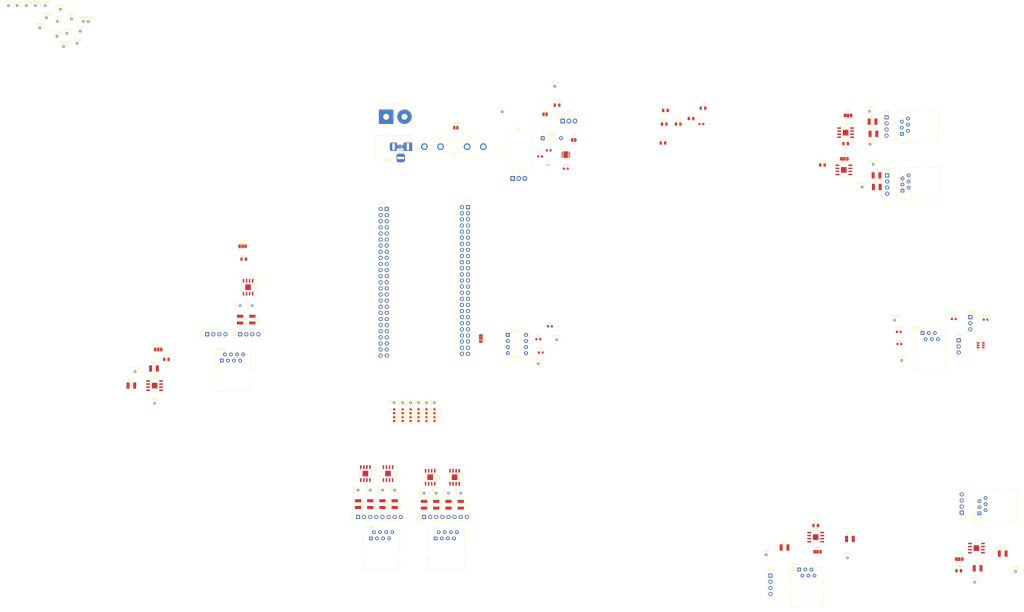
<source format=kicad_pcb>
(kicad_pcb (version 20171130) (host pcbnew 5.0.2-bee76a0~70~ubuntu18.04.1)
  (layers (0 F.Cu signal) (1 In1.Cu signal) (2 In2.Cu signal) (31 B.Cu signal) (34 B.Paste user) (35 F.Paste user) (36 B.SilkS user) (37 F.SilkS user) (38 B.Mask user) (39 F.Mask user) (44 Edge.Cuts user))
  (net 0 "")
  (net 1 GND)
  (net 2 "Net-(CN16-Pad3)")
  (net 3 "Net-(CN16-Pad1)")
  (net 4 "Net-(CN15-Pad1)")
  (net 5 "Net-(CN15-Pad3)")
  (net 6 "Net-(CN2-Pad3)")
  (net 7 "Net-(CN2-Pad1)")
  (net 8 "Net-(CN14-Pad1)")
  (net 9 "Net-(CN14-Pad3)")
  (net 10 "Net-(CN17-Pad3)")
  (net 11 "Net-(CN17-Pad1)")
  (net 12 "Net-(CN19-Pad5)")
  (net 13 "Net-(CN19-Pad3)")
  (net 14 "Net-(CN19-Pad1)")
  (net 15 "Net-(CN19-Pad7)")
  (net 16 "Net-(CN18-Pad7)")
  (net 17 "Net-(CN18-Pad1)")
  (net 18 "Net-(CN18-Pad3)")
  (net 19 "Net-(CN18-Pad5)")
  (net 20 "Net-(CN12-Pad1)")
  (net 21 "Net-(CN11-Pad3)")
  (net 22 "Net-(CN11-Pad1)")
  (net 23 "Net-(CN12-Pad3)")
  (net 24 "Net-(CN1-Pad1)")
  (net 25 "Net-(D1-Pad1)")
  (net 26 "Net-(R26-Pad1)")
  (net 27 /I2C_SDA)
  (net 28 "Net-(R27-Pad1)")
  (net 29 "Net-(R25-Pad1)")
  (net 30 "Net-(R21-Pad1)")
  (net 31 "Net-(R20-Pad1)")
  (net 32 "Net-(R19-Pad1)")
  (net 33 "Net-(R17-Pad1)")
  (net 34 "Net-(R16-Pad1)")
  (net 35 "Net-(R15-Pad1)")
  (net 36 "Net-(R14-Pad1)")
  (net 37 /PB11)
  (net 38 VDD)
  (net 39 /PB10)
  (net 40 /I2C_SCL)
  (net 41 "Net-(R18-Pad1)")
  (net 42 "Net-(R24-Pad1)")
  (net 43 "Net-(R12-Pad1)")
  (net 44 "Net-(R11-Pad1)")
  (net 45 "Net-(R10-Pad1)")
  (net 46 "Net-(R13-Pad1)")
  (net 47 "Net-(R9-Pad1)")
  (net 48 "Net-(R8-Pad1)")
  (net 49 "Net-(R6-Pad1)")
  (net 50 "Net-(R7-Pad1)")
  (net 51 /DB_SYNC_1)
  (net 52 /DB_SYNC_0)
  (net 53 /DB_BLUE)
  (net 54 /DB_RED)
  (net 55 /DB_ORANGE)
  (net 56 /DB_GREEN)
  (net 57 "Net-(D4-Pad1)")
  (net 58 /PA2)
  (net 59 "Net-(CN10-Pad1)")
  (net 60 /MEM_PWR)
  (net 61 "Net-(R3-Pad1)")
  (net 62 "Net-(C1-Pad1)")
  (net 63 "Net-(D5-Pad1)")
  (net 64 "Net-(D6-Pad1)")
  (net 65 "Net-(D8-Pad1)")
  (net 66 "Net-(CN10-Pad2)")
  (net 67 /PA3)
  (net 68 "Net-(D7-Pad1)")
  (net 69 "Net-(D3-Pad1)")
  (net 70 +5V)
  (net 71 "Net-(D2-Pad2)")
  (net 72 +3V)
  (net 73 "Net-(U5-Pad1)")
  (net 74 /PB13)
  (net 75 /PB15)
  (net 76 "Net-(C6-Pad1)")
  (net 77 "Net-(U5-Pad8)")
  (net 78 "Net-(U12-Pad8)")
  (net 79 "Net-(C13-Pad1)")
  (net 80 /PE13)
  (net 81 /PE12)
  (net 82 "Net-(U12-Pad1)")
  (net 83 "Net-(U11-Pad1)")
  (net 84 /PE10)
  (net 85 /PE11)
  (net 86 "Net-(U11-Pad8)")
  (net 87 "Net-(U10-Pad8)")
  (net 88 /PE9)
  (net 89 /PE8)
  (net 90 "Net-(U10-Pad1)")
  (net 91 "Net-(U9-Pad1)")
  (net 92 /PE6)
  (net 93 /PE7)
  (net 94 "Net-(U9-Pad8)")
  (net 95 "Net-(U8-Pad8)")
  (net 96 /PE5)
  (net 97 /PE4)
  (net 98 "Net-(U8-Pad1)")
  (net 99 "Net-(U7-Pad1)")
  (net 100 /PB8)
  (net 101 /PB9)
  (net 102 "Net-(C8-Pad1)")
  (net 103 "Net-(U7-Pad8)")
  (net 104 "Net-(U6-Pad8)")
  (net 105 "Net-(C7-Pad1)")
  (net 106 /PE3)
  (net 107 /PE2)
  (net 108 "Net-(U6-Pad1)")
  (net 109 "Net-(U4-Pad1)")
  (net 110 /PE0)
  (net 111 /PE1)
  (net 112 "Net-(C5-Pad1)")
  (net 113 "Net-(U4-Pad8)")
  (net 114 "Net-(U13-Pad8)")
  (net 115 "Net-(C14-Pad1)")
  (net 116 /PE15)
  (net 117 /PE14)
  (net 118 "Net-(U13-Pad1)")
  (net 119 /MEM_WP)
  (net 120 "Net-(U1-Pad2)")
  (net 121 "Net-(U1-Pad3)")
  (net 122 "Net-(U1-Pad5)")
  (net 123 /PA8)
  (net 124 /PC8)
  (net 125 /NRST)
  (net 126 /PC1)
  (net 127 /PC0)
  (net 128 /PC3)
  (net 129 /PC2)
  (net 130 /PA1)
  (net 131 /PA0)
  (net 132 /PA5)
  (net 133 /PA4)
  (net 134 /PA7)
  (net 135 /PA6)
  (net 136 /PC5)
  (net 137 /PC4)
  (net 138 /PB1)
  (net 139 /PB0)
  (net 140 /PB2)
  (net 141 /PB12)
  (net 142 /PB14)
  (net 143 /PD8)
  (net 144 /PD9)
  (net 145 /PD10)
  (net 146 /PD11)
  (net 147 "Net-(P1-Pad48)")
  (net 148 /PA9)
  (net 149 /PA13)
  (net 150 /PA10)
  (net 151 /PA15)
  (net 152 /PA14)
  (net 153 /PC11)
  (net 154 /PC10)
  (net 155 /PC12)
  (net 156 /PD2)
  (net 157 /PD4)
  (net 158 /PD3)
  (net 159 /PD6)
  (net 160 /PD5)
  (net 161 /PB3)
  (net 162 /PD7)
  (net 163 /PB5)
  (net 164 /PB4)
  (net 165 /PB7)
  (net 166 /PB6)
  (net 167 /B00T0)
  (net 168 /PC13)
  (net 169 /PC15)
  (net 170 /PC14)
  (net 171 /PH1)
  (net 172 /PH0)
  (net 173 "Net-(P2-Pad4)")
  (net 174 "Net-(P2-Pad3)")
  (net 175 "Net-(CN20-Pad3)")
  (module Jumper:SolderJumper-3_P1.3mm_Bridged2Bar12_RoundedPad1.0x1.5mm (layer B.Cu) (at 53.086 22.86)
    (fp_text reference JP11 (at 0 1.8) (layer B.SilkS) (effects (justify mirror)))
    (fp_text value SolderJumper_3_Bridged12)
    (pad 1 smd custom (at -1.3 0) (size 1 0.5) (layers B.Cu B.Mask) (net 1 GND) (options (clearance outline) (anchor rect)) (primitives (gr_circle (center 0 -0.25) (end 0.5 -0.25) (width 0)) (gr_circle (center 0 0.25) (end 0.5 0.25) (width 0)) (gr_poly (pts (xy 0.55 0.75) (xy 0 0.75) (xy 0 -0.75) (xy 0.55 -0.75)) (width 0)) (gr_poly (pts (xy 0.4 0.6) (xy 0.9 0.6) (xy 0.9 0.2) (xy 0.4 0.2)) (width 0)) (gr_poly (pts (xy 0.4 -0.2) (xy 0.9 -0.2) (xy 0.9 -0.6) (xy 0.4 -0.6)) (width 0))))
    (pad 3 smd custom (at 1.3 0) (size 1 0.5) (layers B.Cu B.Mask) (net 24 "Net-(CN1-Pad1)") (options (clearance outline) (anchor rect)) (primitives (gr_circle (center 0 -0.25) (end 0.5 -0.25) (width 0)) (gr_circle (center 0 0.25) (end 0.5 0.25) (width 0)) (gr_poly (pts (xy -0.55 0.75) (xy 0 0.75) (xy 0 -0.75) (xy -0.55 -0.75)) (width 0))))
    (pad 2 smd rect (at 0 0) (size 1 1.5) (layers B.Cu B.Mask) (net 175 "Net-(CN20-Pad3)"))
  )
  (module Capacitor_SMD:C_0603_1608Metric (layer F.Cu) (at 178.308 13.462)
    (fp_text reference C1 (at 0 -1.43) (layer F.SilkS))
    (fp_text value 10n)
    (pad 2 smd roundrect (at 0.7875 0) (size 0.875 0.95) (layers F.Cu F.Paste F.Mask) (net 1 GND))
    (pad 1 smd roundrect (at -0.7875 0) (size 0.875 0.95) (layers F.Cu F.Paste F.Mask) (net 62 "Net-(C1-Pad1)"))
  )
  (module Capacitor_SMD:C_0603_1608Metric (layer F.Cu) (at 115.316 97.536)
    (fp_text reference C4 (at 0 -1.43) (layer F.SilkS))
    (fp_text value 0.1u)
    (pad 1 smd roundrect (at -0.7875 0) (size 0.875 0.95) (layers F.Cu F.Paste F.Mask) (net 60 /MEM_PWR))
    (pad 2 smd roundrect (at 0.7875 0) (size 0.875 0.95) (layers F.Cu F.Paste F.Mask) (net 1 GND))
  )
  (module Capacitor_SMD:C_0805_2012Metric (layer F.Cu) (at -44.1175 111.252)
    (fp_text reference C13 (at 0 -1.65) (layer F.SilkS))
    (fp_text value 1u)
    (pad 1 smd roundrect (at -0.9375 0) (size 0.975 1.4) (layers F.Cu F.Paste F.Mask) (net 79 "Net-(C13-Pad1)"))
    (pad 2 smd roundrect (at 0.9375 0) (size 0.975 1.4) (layers F.Cu F.Paste F.Mask) (net 1 GND))
  )
  (module Capacitor_SMD:C_0805_2012Metric (layer F.Cu) (at 162.814 13.462)
    (fp_text reference C12 (at 0 -1.65) (layer F.SilkS))
    (fp_text value 1u)
    (pad 2 smd roundrect (at 0.9375 0) (size 0.975 1.4) (layers F.Cu F.Paste F.Mask) (net 1 GND))
    (pad 1 smd roundrect (at -0.9375 0) (size 0.975 1.4) (layers F.Cu F.Paste F.Mask) (net 70 +5V))
  )
  (module Capacitor_SMD:C_0805_2012Metric (layer F.Cu) (at -11.938 69.596)
    (fp_text reference C14 (at 0 -1.65) (layer F.SilkS))
    (fp_text value 1u)
    (pad 1 smd roundrect (at -0.9375 0) (size 0.975 1.4) (layers F.Cu F.Paste F.Mask) (net 115 "Net-(C14-Pad1)"))
    (pad 2 smd roundrect (at 0.9375 0) (size 0.975 1.4) (layers F.Cu F.Paste F.Mask) (net 1 GND))
  )
  (module Capacitor_SMD:C_0805_2012Metric (layer F.Cu) (at 162.306 21.336)
    (fp_text reference C11 (at 0 -1.65) (layer F.SilkS))
    (fp_text value 1u)
    (pad 2 smd roundrect (at 0.9375 0) (size 0.975 1.4) (layers F.Cu F.Paste F.Mask) (net 1 GND))
    (pad 1 smd roundrect (at -0.9375 0) (size 0.975 1.4) (layers F.Cu F.Paste F.Mask) (net 70 +5V))
  )
  (module Capacitor_SMD:C_0805_2012Metric (layer F.Cu) (at 168.656 13.462)
    (fp_text reference C10 (at 0 -1.65) (layer F.SilkS))
    (fp_text value 1u)
    (pad 1 smd roundrect (at -0.9375 0) (size 0.975 1.4) (layers F.Cu F.Paste F.Mask) (net 70 +5V))
    (pad 2 smd roundrect (at 0.9375 0) (size 0.975 1.4) (layers F.Cu F.Paste F.Mask) (net 1 GND))
  )
  (module Capacitor_SMD:C_0805_2012Metric (layer F.Cu) (at 173.99 11.176)
    (fp_text reference C9 (at 0 -1.65) (layer F.SilkS))
    (fp_text value 1u)
    (pad 2 smd roundrect (at 0.9375 0) (size 0.975 1.4) (layers F.Cu F.Paste F.Mask) (net 1 GND))
    (pad 1 smd roundrect (at -0.9375 0) (size 0.975 1.4) (layers F.Cu F.Paste F.Mask) (net 70 +5V))
  )
  (module Capacitor_SMD:C_0805_2012Metric (layer F.Cu) (at 285.242 199.136)
    (fp_text reference C8 (at 0 -1.65) (layer F.SilkS))
    (fp_text value 1u)
    (pad 1 smd roundrect (at -0.9375 0) (size 0.975 1.4) (layers F.Cu F.Paste F.Mask) (net 102 "Net-(C8-Pad1)"))
    (pad 2 smd roundrect (at 0.9375 0) (size 0.975 1.4) (layers F.Cu F.Paste F.Mask) (net 1 GND))
  )
  (module Capacitor_SMD:C_0805_2012Metric (layer F.Cu) (at 225.806 180.34)
    (fp_text reference C7 (at 0 -1.65) (layer F.SilkS))
    (fp_text value 1u)
    (pad 2 smd roundrect (at 0.9375 0) (size 0.975 1.4) (layers F.Cu F.Paste F.Mask) (net 1 GND))
    (pad 1 smd roundrect (at -0.9375 0) (size 0.975 1.4) (layers F.Cu F.Paste F.Mask) (net 105 "Net-(C7-Pad1)"))
  )
  (module Capacitor_SMD:C_0805_2012Metric (layer F.Cu) (at 238.252 21.59 180)
    (fp_text reference C6 (at 0 -1.65 180) (layer F.SilkS))
    (fp_text value 1u)
    (pad 1 smd roundrect (at -0.9375 0 180) (size 0.975 1.4) (layers F.Cu F.Paste F.Mask) (net 76 "Net-(C6-Pad1)"))
    (pad 2 smd roundrect (at 0.9375 0 180) (size 0.975 1.4) (layers F.Cu F.Paste F.Mask) (net 1 GND))
  )
  (module Capacitor_SMD:C_0805_2012Metric (layer F.Cu) (at 228.6 30.48)
    (fp_text reference C5 (at 0 -1.65) (layer F.SilkS))
    (fp_text value 1u)
    (pad 2 smd roundrect (at 0.9375 0) (size 0.975 1.4) (layers F.Cu F.Paste F.Mask) (net 1 GND))
    (pad 1 smd roundrect (at -0.9375 0) (size 0.975 1.4) (layers F.Cu F.Paste F.Mask) (net 112 "Net-(C5-Pad1)"))
  )
  (module Capacitor_SMD:C_0805_2012Metric (layer F.Cu) (at 178.959001 6.861001)
    (fp_text reference C3 (at 0 -1.65) (layer F.SilkS))
    (fp_text value 10u)
    (pad 1 smd roundrect (at -0.9375 0) (size 0.975 1.4) (layers F.Cu F.Paste F.Mask) (net 70 +5V))
    (pad 2 smd roundrect (at 0.9375 0) (size 0.975 1.4) (layers F.Cu F.Paste F.Mask) (net 1 GND))
  )
  (module Capacitor_SMD:C_0805_2012Metric (layer F.Cu) (at 118.2855 5.588)
    (fp_text reference C2 (at 0 -1.65) (layer F.SilkS))
    (fp_text value 10u)
    (pad 2 smd roundrect (at 0.9375 0) (size 0.975 1.4) (layers F.Cu F.Paste F.Mask) (net 1 GND))
    (pad 1 smd roundrect (at -0.9375 0) (size 0.975 1.4) (layers F.Cu F.Paste F.Mask) (net 38 VDD))
  )
  (module Capacitor_SMD:C_0805_2012Metric (layer F.Cu) (at 163.347001 7.807001)
    (fp_text reference C15 (at 0 -1.65) (layer F.SilkS))
    (fp_text value 1u)
    (pad 1 smd roundrect (at -0.9375 0) (size 0.975 1.4) (layers F.Cu F.Paste F.Mask) (net 72 +3V))
    (pad 2 smd roundrect (at 0.9375 0) (size 0.975 1.4) (layers F.Cu F.Paste F.Mask) (net 1 GND))
  )
  (module Connector_BarrelJack:BarrelJack_Horizontal (layer F.Cu) (at 56.292 22.86)
    (fp_text reference CN20 (at -8.45 5.75) (layer F.SilkS))
    (fp_text value Barrel_Jack)
    (pad 1 thru_hole rect (at 0 0) (size 3.5 3.5) (drill oval 1 3) (layers *.Cu *.Mask) (net 24 "Net-(CN1-Pad1)"))
    (pad 2 thru_hole roundrect (at -6 0) (size 3 3.5) (drill oval 1 3) (layers *.Cu *.Mask) (net 1 GND))
    (pad 3 thru_hole roundrect (at -3 4.7) (size 3.5 3.5) (drill oval 3 1) (layers *.Cu *.Mask) (net 175 "Net-(CN20-Pad3)"))
  )
  (module Connector_PinHeader_2.54mm:PinHeader_1x03_P2.54mm_Vertical (layer F.Cu) (at 285.242 103.378)
    (fp_text reference CN9 (at 0 -2.33) (layer F.SilkS))
    (fp_text value Conn_01x03)
    (pad 3 thru_hole oval (at 0 5.08) (size 1.7 1.7) (drill 1) (layers *.Cu *.Mask) (net 1 GND))
    (pad 2 thru_hole oval (at 0 2.54) (size 1.7 1.7) (drill 1) (layers *.Cu *.Mask) (net 9 "Net-(CN14-Pad3)"))
    (pad 1 thru_hole rect (at 0 0) (size 1.7 1.7) (drill 1) (layers *.Cu *.Mask) (net 8 "Net-(CN14-Pad1)"))
  )
  (module Connector_PinHeader_2.54mm:PinHeader_1x03_P2.54mm_Vertical (layer F.Cu) (at 290.068 93.726)
    (fp_text reference CN10 (at 0 -2.33) (layer F.SilkS))
    (fp_text value Conn_01x03)
    (pad 1 thru_hole rect (at 0 0) (size 1.7 1.7) (drill 1) (layers *.Cu *.Mask) (net 59 "Net-(CN10-Pad1)"))
    (pad 2 thru_hole oval (at 0 2.54) (size 1.7 1.7) (drill 1) (layers *.Cu *.Mask) (net 66 "Net-(CN10-Pad2)"))
    (pad 3 thru_hole oval (at 0 5.08) (size 1.7 1.7) (drill 1) (layers *.Cu *.Mask) (net 1 GND))
  )
  (module Connector_PinHeader_2.54mm:PinHeader_1x04_P2.54mm_Vertical (layer F.Cu) (at 286.512 175.006 180)
    (fp_text reference CN16 (at 0 -2.33 180) (layer F.SilkS))
    (fp_text value Conn_01x04)
    (pad 4 thru_hole oval (at 0 7.62 180) (size 1.7 1.7) (drill 1) (layers *.Cu *.Mask) (net 1 GND))
    (pad 3 thru_hole oval (at 0 5.08 180) (size 1.7 1.7) (drill 1) (layers *.Cu *.Mask) (net 2 "Net-(CN16-Pad3)"))
    (pad 2 thru_hole oval (at 0 2.54 180) (size 1.7 1.7) (drill 1) (layers *.Cu *.Mask) (net 1 GND))
    (pad 1 thru_hole rect (at 0 0 180) (size 1.7 1.7) (drill 1) (layers *.Cu *.Mask) (net 3 "Net-(CN16-Pad1)"))
  )
  (module Connector_PinHeader_2.54mm:PinHeader_1x04_P2.54mm_Vertical (layer F.Cu) (at 255.524 34.798)
    (fp_text reference CN15 (at 0 -2.33) (layer F.SilkS))
    (fp_text value Conn_01x04)
    (pad 1 thru_hole rect (at 0 0) (size 1.7 1.7) (drill 1) (layers *.Cu *.Mask) (net 4 "Net-(CN15-Pad1)"))
    (pad 2 thru_hole oval (at 0 2.54) (size 1.7 1.7) (drill 1) (layers *.Cu *.Mask) (net 1 GND))
    (pad 3 thru_hole oval (at 0 5.08) (size 1.7 1.7) (drill 1) (layers *.Cu *.Mask) (net 5 "Net-(CN15-Pad3)"))
    (pad 4 thru_hole oval (at 0 7.62) (size 1.7 1.7) (drill 1) (layers *.Cu *.Mask) (net 1 GND))
  )
  (module Connector_PinHeader_2.54mm:PinHeader_1x04_P2.54mm_Vertical (layer F.Cu) (at 255.27 10.668)
    (fp_text reference CN2 (at 0 -2.33) (layer F.SilkS))
    (fp_text value Conn_01x04)
    (pad 4 thru_hole oval (at 0 7.62) (size 1.7 1.7) (drill 1) (layers *.Cu *.Mask) (net 1 GND))
    (pad 3 thru_hole oval (at 0 5.08) (size 1.7 1.7) (drill 1) (layers *.Cu *.Mask) (net 6 "Net-(CN2-Pad3)"))
    (pad 2 thru_hole oval (at 0 2.54) (size 1.7 1.7) (drill 1) (layers *.Cu *.Mask) (net 1 GND))
    (pad 1 thru_hole rect (at 0 0) (size 1.7 1.7) (drill 1) (layers *.Cu *.Mask) (net 7 "Net-(CN2-Pad1)"))
  )
  (module Connector_PinHeader_2.54mm:PinHeader_1x04_P2.54mm_Vertical (layer F.Cu) (at -13.462 100.838 90)
    (fp_text reference CN12 (at 0 -2.33 90) (layer F.SilkS))
    (fp_text value Conn_01x04)
    (pad 1 thru_hole rect (at 0 0 90) (size 1.7 1.7) (drill 1) (layers *.Cu *.Mask) (net 20 "Net-(CN12-Pad1)"))
    (pad 2 thru_hole oval (at 0 2.54 90) (size 1.7 1.7) (drill 1) (layers *.Cu *.Mask) (net 1 GND))
    (pad 3 thru_hole oval (at 0 5.08 90) (size 1.7 1.7) (drill 1) (layers *.Cu *.Mask) (net 23 "Net-(CN12-Pad3)"))
    (pad 4 thru_hole oval (at 0 7.62 90) (size 1.7 1.7) (drill 1) (layers *.Cu *.Mask) (net 1 GND))
  )
  (module Connector_PinHeader_2.54mm:PinHeader_1x04_P2.54mm_Vertical (layer F.Cu) (at -27.178 100.838 90)
    (fp_text reference CN11 (at 0 -2.33 90) (layer F.SilkS))
    (fp_text value Conn_01x04)
    (pad 4 thru_hole oval (at 0 7.62 90) (size 1.7 1.7) (drill 1) (layers *.Cu *.Mask) (net 1 GND))
    (pad 3 thru_hole oval (at 0 5.08 90) (size 1.7 1.7) (drill 1) (layers *.Cu *.Mask) (net 21 "Net-(CN11-Pad3)"))
    (pad 2 thru_hole oval (at 0 2.54 90) (size 1.7 1.7) (drill 1) (layers *.Cu *.Mask) (net 1 GND))
    (pad 1 thru_hole rect (at 0 0 90) (size 1.7 1.7) (drill 1) (layers *.Cu *.Mask) (net 22 "Net-(CN11-Pad1)"))
  )
  (module Connector_PinHeader_2.54mm:PinHeader_1x04_P2.54mm_Vertical (layer F.Cu) (at 207.01 201.168)
    (fp_text reference CN17 (at 0 -2.33) (layer F.SilkS))
    (fp_text value Conn_01x04)
    (pad 1 thru_hole rect (at 0 0) (size 1.7 1.7) (drill 1) (layers *.Cu *.Mask) (net 11 "Net-(CN17-Pad1)"))
    (pad 2 thru_hole oval (at 0 2.54) (size 1.7 1.7) (drill 1) (layers *.Cu *.Mask) (net 1 GND))
    (pad 3 thru_hole oval (at 0 5.08) (size 1.7 1.7) (drill 1) (layers *.Cu *.Mask) (net 10 "Net-(CN17-Pad3)"))
    (pad 4 thru_hole oval (at 0 7.62) (size 1.7 1.7) (drill 1) (layers *.Cu *.Mask) (net 1 GND))
  )
  (module Connector_PinHeader_2.54mm:PinHeader_1x08_P2.54mm_Vertical (layer F.Cu) (at 35.56 176.784 90)
    (fp_text reference CN19 (at 0 -2.33 90) (layer F.SilkS))
    (fp_text value Conn_01x08)
    (pad 8 thru_hole oval (at 0 17.78 90) (size 1.7 1.7) (drill 1) (layers *.Cu *.Mask) (net 1 GND))
    (pad 7 thru_hole oval (at 0 15.24 90) (size 1.7 1.7) (drill 1) (layers *.Cu *.Mask) (net 15 "Net-(CN19-Pad7)"))
    (pad 6 thru_hole oval (at 0 12.7 90) (size 1.7 1.7) (drill 1) (layers *.Cu *.Mask) (net 1 GND))
    (pad 5 thru_hole oval (at 0 10.16 90) (size 1.7 1.7) (drill 1) (layers *.Cu *.Mask) (net 12 "Net-(CN19-Pad5)"))
    (pad 4 thru_hole oval (at 0 7.62 90) (size 1.7 1.7) (drill 1) (layers *.Cu *.Mask) (net 1 GND))
    (pad 3 thru_hole oval (at 0 5.08 90) (size 1.7 1.7) (drill 1) (layers *.Cu *.Mask) (net 13 "Net-(CN19-Pad3)"))
    (pad 2 thru_hole oval (at 0 2.54 90) (size 1.7 1.7) (drill 1) (layers *.Cu *.Mask) (net 1 GND))
    (pad 1 thru_hole rect (at 0 0 90) (size 1.7 1.7) (drill 1) (layers *.Cu *.Mask) (net 14 "Net-(CN19-Pad1)"))
  )
  (module Connector_PinHeader_2.54mm:PinHeader_1x08_P2.54mm_Vertical (layer F.Cu) (at 62.992 176.784 90)
    (fp_text reference CN18 (at 0 -2.33 90) (layer F.SilkS))
    (fp_text value Conn_01x08)
    (pad 1 thru_hole rect (at 0 0 90) (size 1.7 1.7) (drill 1) (layers *.Cu *.Mask) (net 17 "Net-(CN18-Pad1)"))
    (pad 2 thru_hole oval (at 0 2.54 90) (size 1.7 1.7) (drill 1) (layers *.Cu *.Mask) (net 1 GND))
    (pad 3 thru_hole oval (at 0 5.08 90) (size 1.7 1.7) (drill 1) (layers *.Cu *.Mask) (net 18 "Net-(CN18-Pad3)"))
    (pad 4 thru_hole oval (at 0 7.62 90) (size 1.7 1.7) (drill 1) (layers *.Cu *.Mask) (net 1 GND))
    (pad 5 thru_hole oval (at 0 10.16 90) (size 1.7 1.7) (drill 1) (layers *.Cu *.Mask) (net 19 "Net-(CN18-Pad5)"))
    (pad 6 thru_hole oval (at 0 12.7 90) (size 1.7 1.7) (drill 1) (layers *.Cu *.Mask) (net 1 GND))
    (pad 7 thru_hole oval (at 0 15.24 90) (size 1.7 1.7) (drill 1) (layers *.Cu *.Mask) (net 16 "Net-(CN18-Pad7)"))
    (pad 8 thru_hole oval (at 0 17.78 90) (size 1.7 1.7) (drill 1) (layers *.Cu *.Mask) (net 1 GND))
  )
  (module Connector_PinSocket_2.54mm:PinSocket_2x25_P2.54mm_Vertical (layer F.Cu) (at 81.28 48.006)
    (fp_text reference P2 (at -1.27 -2.77) (layer F.SilkS))
    (fp_text value Conn_02x25_Odd_Even)
    (pad 50 thru_hole oval (at -2.54 60.96) (size 1.7 1.7) (drill 1) (layers *.Cu *.Mask) (net 1 GND))
    (pad 49 thru_hole oval (at 0 60.96) (size 1.7 1.7) (drill 1) (layers *.Cu *.Mask) (net 1 GND))
    (pad 48 thru_hole oval (at -2.54 58.42) (size 1.7 1.7) (drill 1) (layers *.Cu *.Mask) (net 119 /MEM_WP))
    (pad 47 thru_hole oval (at 0 58.42) (size 1.7 1.7) (drill 1) (layers *.Cu *.Mask) (net 60 /MEM_PWR))
    (pad 46 thru_hole oval (at -2.54 55.88) (size 1.7 1.7) (drill 1) (layers *.Cu *.Mask) (net 27 /I2C_SDA))
    (pad 45 thru_hole oval (at 0 55.88) (size 1.7 1.7) (drill 1) (layers *.Cu *.Mask) (net 124 /PC8))
    (pad 44 thru_hole oval (at -2.54 53.34) (size 1.7 1.7) (drill 1) (layers *.Cu *.Mask) (net 148 /PA9))
    (pad 43 thru_hole oval (at 0 53.34) (size 1.7 1.7) (drill 1) (layers *.Cu *.Mask) (net 123 /PA8))
    (pad 42 thru_hole oval (at -2.54 50.8) (size 1.7 1.7) (drill 1) (layers *.Cu *.Mask) (net 149 /PA13))
    (pad 41 thru_hole oval (at 0 50.8) (size 1.7 1.7) (drill 1) (layers *.Cu *.Mask) (net 150 /PA10))
    (pad 40 thru_hole oval (at -2.54 48.26) (size 1.7 1.7) (drill 1) (layers *.Cu *.Mask) (net 151 /PA15))
    (pad 39 thru_hole oval (at 0 48.26) (size 1.7 1.7) (drill 1) (layers *.Cu *.Mask) (net 152 /PA14))
    (pad 38 thru_hole oval (at -2.54 45.72) (size 1.7 1.7) (drill 1) (layers *.Cu *.Mask) (net 153 /PC11))
    (pad 37 thru_hole oval (at 0 45.72) (size 1.7 1.7) (drill 1) (layers *.Cu *.Mask) (net 154 /PC10))
    (pad 36 thru_hole oval (at -2.54 43.18) (size 1.7 1.7) (drill 1) (layers *.Cu *.Mask) (net 52 /DB_SYNC_0))
    (pad 35 thru_hole oval (at 0 43.18) (size 1.7 1.7) (drill 1) (layers *.Cu *.Mask) (net 155 /PC12))
    (pad 34 thru_hole oval (at -2.54 40.64) (size 1.7 1.7) (drill 1) (layers *.Cu *.Mask) (net 156 /PD2))
    (pad 33 thru_hole oval (at 0 40.64) (size 1.7 1.7) (drill 1) (layers *.Cu *.Mask) (net 51 /DB_SYNC_1))
    (pad 32 thru_hole oval (at -2.54 38.1) (size 1.7 1.7) (drill 1) (layers *.Cu *.Mask) (net 157 /PD4))
    (pad 31 thru_hole oval (at 0 38.1) (size 1.7 1.7) (drill 1) (layers *.Cu *.Mask) (net 158 /PD3))
    (pad 30 thru_hole oval (at -2.54 35.56) (size 1.7 1.7) (drill 1) (layers *.Cu *.Mask) (net 159 /PD6))
    (pad 29 thru_hole oval (at 0 35.56) (size 1.7 1.7) (drill 1) (layers *.Cu *.Mask) (net 160 /PD5))
    (pad 28 thru_hole oval (at -2.54 33.02) (size 1.7 1.7) (drill 1) (layers *.Cu *.Mask) (net 161 /PB3))
    (pad 27 thru_hole oval (at 0 33.02) (size 1.7 1.7) (drill 1) (layers *.Cu *.Mask) (net 162 /PD7))
    (pad 26 thru_hole oval (at -2.54 30.48) (size 1.7 1.7) (drill 1) (layers *.Cu *.Mask) (net 163 /PB5))
    (pad 25 thru_hole oval (at 0 30.48) (size 1.7 1.7) (drill 1) (layers *.Cu *.Mask) (net 164 /PB4))
    (pad 24 thru_hole oval (at -2.54 27.94) (size 1.7 1.7) (drill 1) (layers *.Cu *.Mask) (net 165 /PB7))
    (pad 23 thru_hole oval (at 0 27.94) (size 1.7 1.7) (drill 1) (layers *.Cu *.Mask) (net 166 /PB6))
    (pad 22 thru_hole oval (at -2.54 25.4) (size 1.7 1.7) (drill 1) (layers *.Cu *.Mask) (net 38 VDD))
    (pad 21 thru_hole oval (at 0 25.4) (size 1.7 1.7) (drill 1) (layers *.Cu *.Mask) (net 167 /B00T0))
    (pad 20 thru_hole oval (at -2.54 22.86) (size 1.7 1.7) (drill 1) (layers *.Cu *.Mask) (net 101 /PB9))
    (pad 19 thru_hole oval (at 0 22.86) (size 1.7 1.7) (drill 1) (layers *.Cu *.Mask) (net 100 /PB8))
    (pad 18 thru_hole oval (at -2.54 20.32) (size 1.7 1.7) (drill 1) (layers *.Cu *.Mask) (net 111 /PE1))
    (pad 17 thru_hole oval (at 0 20.32) (size 1.7 1.7) (drill 1) (layers *.Cu *.Mask) (net 110 /PE0))
    (pad 16 thru_hole oval (at -2.54 17.78) (size 1.7 1.7) (drill 1) (layers *.Cu *.Mask) (net 106 /PE3))
    (pad 15 thru_hole oval (at 0 17.78) (size 1.7 1.7) (drill 1) (layers *.Cu *.Mask) (net 107 /PE2))
    (pad 14 thru_hole oval (at -2.54 15.24) (size 1.7 1.7) (drill 1) (layers *.Cu *.Mask) (net 96 /PE5))
    (pad 13 thru_hole oval (at 0 15.24) (size 1.7 1.7) (drill 1) (layers *.Cu *.Mask) (net 97 /PE4))
    (pad 12 thru_hole oval (at -2.54 12.7) (size 1.7 1.7) (drill 1) (layers *.Cu *.Mask) (net 168 /PC13))
    (pad 11 thru_hole oval (at 0 12.7) (size 1.7 1.7) (drill 1) (layers *.Cu *.Mask) (net 92 /PE6))
    (pad 10 thru_hole oval (at -2.54 10.16) (size 1.7 1.7) (drill 1) (layers *.Cu *.Mask) (net 169 /PC15))
    (pad 9 thru_hole oval (at 0 10.16) (size 1.7 1.7) (drill 1) (layers *.Cu *.Mask) (net 170 /PC14))
    (pad 8 thru_hole oval (at -2.54 7.62) (size 1.7 1.7) (drill 1) (layers *.Cu *.Mask) (net 171 /PH1))
    (pad 7 thru_hole oval (at 0 7.62) (size 1.7 1.7) (drill 1) (layers *.Cu *.Mask) (net 172 /PH0))
    (pad 6 thru_hole oval (at -2.54 5.08) (size 1.7 1.7) (drill 1) (layers *.Cu *.Mask) (net 72 +3V))
    (pad 5 thru_hole oval (at 0 5.08) (size 1.7 1.7) (drill 1) (layers *.Cu *.Mask) (net 72 +3V))
    (pad 4 thru_hole oval (at -2.54 2.54) (size 1.7 1.7) (drill 1) (layers *.Cu *.Mask) (net 173 "Net-(P2-Pad4)"))
    (pad 3 thru_hole oval (at 0 2.54) (size 1.7 1.7) (drill 1) (layers *.Cu *.Mask) (net 174 "Net-(P2-Pad3)"))
    (pad 2 thru_hole oval (at -2.54 0) (size 1.7 1.7) (drill 1) (layers *.Cu *.Mask) (net 1 GND))
    (pad 1 thru_hole rect (at 0 0) (size 1.7 1.7) (drill 1) (layers *.Cu *.Mask) (net 1 GND))
  )
  (module Connector_PinSocket_2.54mm:PinSocket_2x25_P2.54mm_Vertical (layer F.Cu) (at 47.498 48.768)
    (fp_text reference P1 (at -1.27 -2.77) (layer F.SilkS))
    (fp_text value Conn_02x25_Odd_Even)
    (pad 1 thru_hole rect (at 0 0) (size 1.7 1.7) (drill 1) (layers *.Cu *.Mask) (net 1 GND))
    (pad 2 thru_hole oval (at -2.54 0) (size 1.7 1.7) (drill 1) (layers *.Cu *.Mask) (net 1 GND))
    (pad 3 thru_hole oval (at 0 2.54) (size 1.7 1.7) (drill 1) (layers *.Cu *.Mask) (net 38 VDD))
    (pad 4 thru_hole oval (at -2.54 2.54) (size 1.7 1.7) (drill 1) (layers *.Cu *.Mask) (net 38 VDD))
    (pad 5 thru_hole oval (at 0 5.08) (size 1.7 1.7) (drill 1) (layers *.Cu *.Mask) (net 1 GND))
    (pad 6 thru_hole oval (at -2.54 5.08) (size 1.7 1.7) (drill 1) (layers *.Cu *.Mask) (net 125 /NRST))
    (pad 7 thru_hole oval (at 0 7.62) (size 1.7 1.7) (drill 1) (layers *.Cu *.Mask) (net 126 /PC1))
    (pad 8 thru_hole oval (at -2.54 7.62) (size 1.7 1.7) (drill 1) (layers *.Cu *.Mask) (net 127 /PC0))
    (pad 9 thru_hole oval (at 0 10.16) (size 1.7 1.7) (drill 1) (layers *.Cu *.Mask) (net 128 /PC3))
    (pad 10 thru_hole oval (at -2.54 10.16) (size 1.7 1.7) (drill 1) (layers *.Cu *.Mask) (net 129 /PC2))
    (pad 11 thru_hole oval (at 0 12.7) (size 1.7 1.7) (drill 1) (layers *.Cu *.Mask) (net 130 /PA1))
    (pad 12 thru_hole oval (at -2.54 12.7) (size 1.7 1.7) (drill 1) (layers *.Cu *.Mask) (net 131 /PA0))
    (pad 13 thru_hole oval (at 0 15.24) (size 1.7 1.7) (drill 1) (layers *.Cu *.Mask) (net 67 /PA3))
    (pad 14 thru_hole oval (at -2.54 15.24) (size 1.7 1.7) (drill 1) (layers *.Cu *.Mask) (net 58 /PA2))
    (pad 15 thru_hole oval (at 0 17.78) (size 1.7 1.7) (drill 1) (layers *.Cu *.Mask) (net 132 /PA5))
    (pad 16 thru_hole oval (at -2.54 17.78) (size 1.7 1.7) (drill 1) (layers *.Cu *.Mask) (net 133 /PA4))
    (pad 17 thru_hole oval (at 0 20.32) (size 1.7 1.7) (drill 1) (layers *.Cu *.Mask) (net 134 /PA7))
    (pad 18 thru_hole oval (at -2.54 20.32) (size 1.7 1.7) (drill 1) (layers *.Cu *.Mask) (net 135 /PA6))
    (pad 19 thru_hole oval (at 0 22.86) (size 1.7 1.7) (drill 1) (layers *.Cu *.Mask) (net 136 /PC5))
    (pad 20 thru_hole oval (at -2.54 22.86) (size 1.7 1.7) (drill 1) (layers *.Cu *.Mask) (net 137 /PC4))
    (pad 21 thru_hole oval (at 0 25.4) (size 1.7 1.7) (drill 1) (layers *.Cu *.Mask) (net 138 /PB1))
    (pad 22 thru_hole oval (at -2.54 25.4) (size 1.7 1.7) (drill 1) (layers *.Cu *.Mask) (net 139 /PB0))
    (pad 23 thru_hole oval (at 0 27.94) (size 1.7 1.7) (drill 1) (layers *.Cu *.Mask) (net 1 GND))
    (pad 24 thru_hole oval (at -2.54 27.94) (size 1.7 1.7) (drill 1) (layers *.Cu *.Mask) (net 140 /PB2))
    (pad 25 thru_hole oval (at 0 30.48) (size 1.7 1.7) (drill 1) (layers *.Cu *.Mask) (net 93 /PE7))
    (pad 26 thru_hole oval (at -2.54 30.48) (size 1.7 1.7) (drill 1) (layers *.Cu *.Mask) (net 89 /PE8))
    (pad 27 thru_hole oval (at 0 33.02) (size 1.7 1.7) (drill 1) (layers *.Cu *.Mask) (net 88 /PE9))
    (pad 28 thru_hole oval (at -2.54 33.02) (size 1.7 1.7) (drill 1) (layers *.Cu *.Mask) (net 84 /PE10))
    (pad 29 thru_hole oval (at 0 35.56) (size 1.7 1.7) (drill 1) (layers *.Cu *.Mask) (net 85 /PE11))
    (pad 30 thru_hole oval (at -2.54 35.56) (size 1.7 1.7) (drill 1) (layers *.Cu *.Mask) (net 81 /PE12))
    (pad 31 thru_hole oval (at 0 38.1) (size 1.7 1.7) (drill 1) (layers *.Cu *.Mask) (net 80 /PE13))
    (pad 32 thru_hole oval (at -2.54 38.1) (size 1.7 1.7) (drill 1) (layers *.Cu *.Mask) (net 117 /PE14))
    (pad 33 thru_hole oval (at 0 40.64) (size 1.7 1.7) (drill 1) (layers *.Cu *.Mask) (net 116 /PE15))
    (pad 34 thru_hole oval (at -2.54 40.64) (size 1.7 1.7) (drill 1) (layers *.Cu *.Mask) (net 39 /PB10))
    (pad 35 thru_hole oval (at 0 43.18) (size 1.7 1.7) (drill 1) (layers *.Cu *.Mask) (net 37 /PB11))
    (pad 36 thru_hole oval (at -2.54 43.18) (size 1.7 1.7) (drill 1) (layers *.Cu *.Mask) (net 141 /PB12))
    (pad 37 thru_hole oval (at 0 45.72) (size 1.7 1.7) (drill 1) (layers *.Cu *.Mask) (net 74 /PB13))
    (pad 38 thru_hole oval (at -2.54 45.72) (size 1.7 1.7) (drill 1) (layers *.Cu *.Mask) (net 142 /PB14))
    (pad 39 thru_hole oval (at 0 48.26) (size 1.7 1.7) (drill 1) (layers *.Cu *.Mask) (net 75 /PB15))
    (pad 40 thru_hole oval (at -2.54 48.26) (size 1.7 1.7) (drill 1) (layers *.Cu *.Mask) (net 143 /PD8))
    (pad 41 thru_hole oval (at 0 50.8) (size 1.7 1.7) (drill 1) (layers *.Cu *.Mask) (net 144 /PD9))
    (pad 42 thru_hole oval (at -2.54 50.8) (size 1.7 1.7) (drill 1) (layers *.Cu *.Mask) (net 145 /PD10))
    (pad 43 thru_hole oval (at 0 53.34) (size 1.7 1.7) (drill 1) (layers *.Cu *.Mask) (net 146 /PD11))
    (pad 44 thru_hole oval (at -2.54 53.34) (size 1.7 1.7) (drill 1) (layers *.Cu *.Mask) (net 56 /DB_GREEN))
    (pad 45 thru_hole oval (at 0 55.88) (size 1.7 1.7) (drill 1) (layers *.Cu *.Mask) (net 55 /DB_ORANGE))
    (pad 46 thru_hole oval (at -2.54 55.88) (size 1.7 1.7) (drill 1) (layers *.Cu *.Mask) (net 54 /DB_RED))
    (pad 47 thru_hole oval (at 0 58.42) (size 1.7 1.7) (drill 1) (layers *.Cu *.Mask) (net 53 /DB_BLUE))
    (pad 48 thru_hole oval (at -2.54 58.42) (size 1.7 1.7) (drill 1) (layers *.Cu *.Mask) (net 147 "Net-(P1-Pad48)"))
    (pad 49 thru_hole oval (at 0 60.96) (size 1.7 1.7) (drill 1) (layers *.Cu *.Mask) (net 1 GND))
    (pad 50 thru_hole oval (at -2.54 60.96) (size 1.7 1.7) (drill 1) (layers *.Cu *.Mask) (net 1 GND))
  )
  (module Connector_Wire:SolderWirePad_1x02_P7.62mm_Drill2.5mm (layer F.Cu) (at 47.244 10.414)
    (fp_text reference CN1 (at 3.81 -5.08) (layer F.SilkS))
    (fp_text value Conn_01x02)
    (pad 1 thru_hole rect (at 0 0) (size 5.99948 5.99948) (drill 2.49936) (layers *.Cu *.Mask) (net 24 "Net-(CN1-Pad1)"))
    (pad 2 thru_hole circle (at 7.62 0) (size 5.99948 5.99948) (drill 2.49936) (layers *.Cu *.Mask) (net 1 GND))
  )
  (module Diode_THT:D_DO-35_SOD27_P7.62mm_Horizontal (layer F.Cu) (at 112.327001 19.343001)
    (fp_text reference D2 (at 3.81 -2.12) (layer F.SilkS))
    (fp_text value BZX79C15)
    (fp_text user K (at 0 -1.8) (layer F.SilkS))
    (pad 1 thru_hole rect (at 0 0) (size 1.6 1.6) (drill 0.8) (layers *.Cu *.Mask) (net 62 "Net-(C1-Pad1)"))
    (pad 2 thru_hole oval (at 7.62 0) (size 1.6 1.6) (drill 0.8) (layers *.Cu *.Mask) (net 71 "Net-(D2-Pad2)"))
  )
  (module Jumper:SolderJumper-2_P1.3mm_Open_RoundedPad1.0x1.5mm (layer F.Cu) (at 76.2 14.986)
    (fp_text reference JP3 (at 0 -1.8) (layer F.SilkS))
    (fp_text value SolderJumper_2_Open)
    (pad 1 smd custom (at -0.65 0) (size 1 0.5) (layers F.Cu F.Mask) (net 24 "Net-(CN1-Pad1)") (options (clearance outline) (anchor rect)) (primitives (gr_circle (center 0 0.25) (end 0.5 0.25) (width 0)) (gr_circle (center 0 -0.25) (end 0.5 -0.25) (width 0)) (gr_poly (pts (xy 0 -0.75) (xy 0.5 -0.75) (xy 0.5 0.75) (xy 0 0.75)) (width 0))))
    (pad 2 smd custom (at 0.65 0) (size 1 0.5) (layers F.Cu F.Mask) (net 25 "Net-(D1-Pad1)") (options (clearance outline) (anchor rect)) (primitives (gr_circle (center 0 0.25) (end 0.5 0.25) (width 0)) (gr_circle (center 0 -0.25) (end 0.5 -0.25) (width 0)) (gr_poly (pts (xy 0 -0.75) (xy -0.5 -0.75) (xy -0.5 0.75) (xy 0 0.75)) (width 0))))
  )
  (module Jumper:SolderJumper-2_P1.3mm_Open_RoundedPad1.0x1.5mm (layer F.Cu) (at 113.284 9.398)
    (fp_text reference JP4 (at 0 -1.8) (layer F.SilkS))
    (fp_text value SolderJumper_2_Open)
    (pad 2 smd custom (at 0.65 0) (size 1 0.5) (layers F.Cu F.Mask) (net 38 VDD) (options (clearance outline) (anchor rect)) (primitives (gr_circle (center 0 0.25) (end 0.5 0.25) (width 0)) (gr_circle (center 0 -0.25) (end 0.5 -0.25) (width 0)) (gr_poly (pts (xy 0 -0.75) (xy -0.5 -0.75) (xy -0.5 0.75) (xy 0 0.75)) (width 0))))
    (pad 1 smd custom (at -0.65 0) (size 1 0.5) (layers F.Cu F.Mask) (net 25 "Net-(D1-Pad1)") (options (clearance outline) (anchor rect)) (primitives (gr_circle (center 0 0.25) (end 0.5 0.25) (width 0)) (gr_circle (center 0 -0.25) (end 0.5 -0.25) (width 0)) (gr_poly (pts (xy 0 -0.75) (xy 0.5 -0.75) (xy 0.5 0.75) (xy 0 0.75)) (width 0))))
  )
  (module Jumper:SolderJumper-2_P1.3mm_Open_RoundedPad1.0x1.5mm (layer F.Cu) (at 125.222 20.066)
    (fp_text reference JP5 (at 0 -1.8) (layer F.SilkS))
    (fp_text value SolderJumper_2_Open)
    (pad 1 smd custom (at -0.65 0) (size 1 0.5) (layers F.Cu F.Mask) (net 38 VDD) (options (clearance outline) (anchor rect)) (primitives (gr_circle (center 0 0.25) (end 0.5 0.25) (width 0)) (gr_circle (center 0 -0.25) (end 0.5 -0.25) (width 0)) (gr_poly (pts (xy 0 -0.75) (xy 0.5 -0.75) (xy 0.5 0.75) (xy 0 0.75)) (width 0))))
    (pad 2 smd custom (at 0.65 0) (size 1 0.5) (layers F.Cu F.Mask) (net 70 +5V) (options (clearance outline) (anchor rect)) (primitives (gr_circle (center 0 0.25) (end 0.5 0.25) (width 0)) (gr_circle (center 0 -0.25) (end 0.5 -0.25) (width 0)) (gr_poly (pts (xy 0 -0.75) (xy -0.5 -0.75) (xy -0.5 0.75) (xy 0 0.75)) (width 0))))
  )
  (module Jumper:SolderJumper-3_P1.3mm_Bridged2Bar12_RoundedPad1.0x1.5mm (layer F.Cu) (at 86.614 102.616 270)
    (fp_text reference JP10 (at 0 -1.8 270) (layer F.SilkS))
    (fp_text value SolderJumper_3_Bridged12)
    (pad 1 smd custom (at -1.3 0 270) (size 1 0.5) (layers F.Cu F.Mask) (net 123 /PA8) (options (clearance outline) (anchor rect)) (primitives (gr_circle (center 0 0.25) (end 0.5 0.25) (width 0)) (gr_circle (center 0 -0.25) (end 0.5 -0.25) (width 0)) (gr_poly (pts (xy 0.55 -0.75) (xy 0 -0.75) (xy 0 0.75) (xy 0.55 0.75)) (width 0)) (gr_poly (pts (xy 0.4 -0.6) (xy 0.9 -0.6) (xy 0.9 -0.2) (xy 0.4 -0.2)) (width 0)) (gr_poly (pts (xy 0.4 0.2) (xy 0.9 0.2) (xy 0.9 0.6) (xy 0.4 0.6)) (width 0))))
    (pad 3 smd custom (at 1.3 0 270) (size 1 0.5) (layers F.Cu F.Mask) (net 124 /PC8) (options (clearance outline) (anchor rect)) (primitives (gr_circle (center 0 0.25) (end 0.5 0.25) (width 0)) (gr_circle (center 0 -0.25) (end 0.5 -0.25) (width 0)) (gr_poly (pts (xy -0.55 -0.75) (xy 0 -0.75) (xy 0 0.75) (xy -0.55 0.75)) (width 0))))
    (pad 2 smd rect (at 0 0 270) (size 1 1.5) (layers F.Cu F.Mask) (net 40 /I2C_SCL))
  )
  (module Jumper:SolderJumper-3_P1.3mm_Bridged2Bar12_RoundedPad1.0x1.5mm (layer F.Cu) (at 285.496 194.31)
    (fp_text reference JP9 (at 0 -1.8) (layer F.SilkS))
    (fp_text value SolderJumper_3_Bridged12)
    (pad 2 smd rect (at 0 0) (size 1 1.5) (layers F.Cu F.Mask) (net 102 "Net-(C8-Pad1)"))
    (pad 3 smd custom (at 1.3 0) (size 1 0.5) (layers F.Cu F.Mask) (net 38 VDD) (options (clearance outline) (anchor rect)) (primitives (gr_circle (center 0 0.25) (end 0.5 0.25) (width 0)) (gr_circle (center 0 -0.25) (end 0.5 -0.25) (width 0)) (gr_poly (pts (xy -0.55 -0.75) (xy 0 -0.75) (xy 0 0.75) (xy -0.55 0.75)) (width 0))))
    (pad 1 smd custom (at -1.3 0) (size 1 0.5) (layers F.Cu F.Mask) (net 70 +5V) (options (clearance outline) (anchor rect)) (primitives (gr_circle (center 0 0.25) (end 0.5 0.25) (width 0)) (gr_circle (center 0 -0.25) (end 0.5 -0.25) (width 0)) (gr_poly (pts (xy 0.55 -0.75) (xy 0 -0.75) (xy 0 0.75) (xy 0.55 0.75)) (width 0)) (gr_poly (pts (xy 0.4 -0.6) (xy 0.9 -0.6) (xy 0.9 -0.2) (xy 0.4 -0.2)) (width 0)) (gr_poly (pts (xy 0.4 0.2) (xy 0.9 0.2) (xy 0.9 0.6) (xy 0.4 0.6)) (width 0))))
  )
  (module Jumper:SolderJumper-3_P1.3mm_Bridged2Bar12_RoundedPad1.0x1.5mm (layer F.Cu) (at 226.568 191.262)
    (fp_text reference JP8 (at 0 -1.8) (layer F.SilkS))
    (fp_text value SolderJumper_3_Bridged12)
    (pad 1 smd custom (at -1.3 0) (size 1 0.5) (layers F.Cu F.Mask) (net 38 VDD) (options (clearance outline) (anchor rect)) (primitives (gr_circle (center 0 0.25) (end 0.5 0.25) (width 0)) (gr_circle (center 0 -0.25) (end 0.5 -0.25) (width 0)) (gr_poly (pts (xy 0.55 -0.75) (xy 0 -0.75) (xy 0 0.75) (xy 0.55 0.75)) (width 0)) (gr_poly (pts (xy 0.4 -0.6) (xy 0.9 -0.6) (xy 0.9 -0.2) (xy 0.4 -0.2)) (width 0)) (gr_poly (pts (xy 0.4 0.2) (xy 0.9 0.2) (xy 0.9 0.6) (xy 0.4 0.6)) (width 0))))
    (pad 3 smd custom (at 1.3 0) (size 1 0.5) (layers F.Cu F.Mask) (net 70 +5V) (options (clearance outline) (anchor rect)) (primitives (gr_circle (center 0 0.25) (end 0.5 0.25) (width 0)) (gr_circle (center 0 -0.25) (end 0.5 -0.25) (width 0)) (gr_poly (pts (xy -0.55 -0.75) (xy 0 -0.75) (xy 0 0.75) (xy -0.55 0.75)) (width 0))))
    (pad 2 smd rect (at 0 0) (size 1 1.5) (layers F.Cu F.Mask) (net 105 "Net-(C7-Pad1)"))
  )
  (module Jumper:SolderJumper-3_P1.3mm_Bridged2Bar12_RoundedPad1.0x1.5mm (layer F.Cu) (at 239.268 9.906)
    (fp_text reference JP7 (at 0 -1.8) (layer F.SilkS))
    (fp_text value SolderJumper_3_Bridged12)
    (pad 2 smd rect (at 0 0) (size 1 1.5) (layers F.Cu F.Mask) (net 76 "Net-(C6-Pad1)"))
    (pad 3 smd custom (at 1.3 0) (size 1 0.5) (layers F.Cu F.Mask) (net 38 VDD) (options (clearance outline) (anchor rect)) (primitives (gr_circle (center 0 0.25) (end 0.5 0.25) (width 0)) (gr_circle (center 0 -0.25) (end 0.5 -0.25) (width 0)) (gr_poly (pts (xy -0.55 -0.75) (xy 0 -0.75) (xy 0 0.75) (xy -0.55 0.75)) (width 0))))
    (pad 1 smd custom (at -1.3 0) (size 1 0.5) (layers F.Cu F.Mask) (net 70 +5V) (options (clearance outline) (anchor rect)) (primitives (gr_circle (center 0 0.25) (end 0.5 0.25) (width 0)) (gr_circle (center 0 -0.25) (end 0.5 -0.25) (width 0)) (gr_poly (pts (xy 0.55 -0.75) (xy 0 -0.75) (xy 0 0.75) (xy 0.55 0.75)) (width 0)) (gr_poly (pts (xy 0.4 -0.6) (xy 0.9 -0.6) (xy 0.9 -0.2) (xy 0.4 -0.2)) (width 0)) (gr_poly (pts (xy 0.4 0.2) (xy 0.9 0.2) (xy 0.9 0.6) (xy 0.4 0.6)) (width 0))))
  )
  (module Jumper:SolderJumper-3_P1.3mm_Bridged2Bar12_RoundedPad1.0x1.5mm (layer F.Cu) (at 237.744 27.94)
    (fp_text reference JP6 (at 0 -1.8) (layer F.SilkS))
    (fp_text value SolderJumper_3_Bridged12)
    (pad 1 smd custom (at -1.3 0) (size 1 0.5) (layers F.Cu F.Mask) (net 38 VDD) (options (clearance outline) (anchor rect)) (primitives (gr_circle (center 0 0.25) (end 0.5 0.25) (width 0)) (gr_circle (center 0 -0.25) (end 0.5 -0.25) (width 0)) (gr_poly (pts (xy 0.55 -0.75) (xy 0 -0.75) (xy 0 0.75) (xy 0.55 0.75)) (width 0)) (gr_poly (pts (xy 0.4 -0.6) (xy 0.9 -0.6) (xy 0.9 -0.2) (xy 0.4 -0.2)) (width 0)) (gr_poly (pts (xy 0.4 0.2) (xy 0.9 0.2) (xy 0.9 0.6) (xy 0.4 0.6)) (width 0))))
    (pad 3 smd custom (at 1.3 0) (size 1 0.5) (layers F.Cu F.Mask) (net 70 +5V) (options (clearance outline) (anchor rect)) (primitives (gr_circle (center 0 0.25) (end 0.5 0.25) (width 0)) (gr_circle (center 0 -0.25) (end 0.5 -0.25) (width 0)) (gr_poly (pts (xy -0.55 -0.75) (xy 0 -0.75) (xy 0 0.75) (xy -0.55 0.75)) (width 0))))
    (pad 2 smd rect (at 0 0) (size 1 1.5) (layers F.Cu F.Mask) (net 112 "Net-(C5-Pad1)"))
  )
  (module Jumper:SolderJumper-3_P1.3mm_Open_RoundedPad1.0x1.5mm (layer F.Cu) (at -12.446 64.262)
    (fp_text reference JP2 (at 0 -1.8) (layer F.SilkS))
    (fp_text value SolderJumper_3_Open)
    (pad 2 smd rect (at 0 0) (size 1 1.5) (layers F.Cu F.Mask) (net 115 "Net-(C14-Pad1)"))
    (pad 3 smd custom (at 1.3 0) (size 1 0.5) (layers F.Cu F.Mask) (net 70 +5V) (options (clearance outline) (anchor rect)) (primitives (gr_circle (center 0 0.25) (end 0.5 0.25) (width 0)) (gr_circle (center 0 -0.25) (end 0.5 -0.25) (width 0)) (gr_poly (pts (xy -0.55 -0.75) (xy 0 -0.75) (xy 0 0.75) (xy -0.55 0.75)) (width 0))))
    (pad 1 smd custom (at -1.3 0) (size 1 0.5) (layers F.Cu F.Mask) (net 38 VDD) (options (clearance outline) (anchor rect)) (primitives (gr_circle (center 0 0.25) (end 0.5 0.25) (width 0)) (gr_circle (center 0 -0.25) (end 0.5 -0.25) (width 0)) (gr_poly (pts (xy 0.55 -0.75) (xy 0 -0.75) (xy 0 0.75) (xy 0.55 0.75)) (width 0))))
  )
  (module Jumper:SolderJumper-3_P1.3mm_Open_RoundedPad1.0x1.5mm (layer F.Cu) (at -47.498 107.188)
    (fp_text reference JP1 (at 0 -1.8) (layer F.SilkS))
    (fp_text value SolderJumper_3_Open)
    (pad 1 smd custom (at -1.3 0) (size 1 0.5) (layers F.Cu F.Mask) (net 38 VDD) (options (clearance outline) (anchor rect)) (primitives (gr_circle (center 0 0.25) (end 0.5 0.25) (width 0)) (gr_circle (center 0 -0.25) (end 0.5 -0.25) (width 0)) (gr_poly (pts (xy 0.55 -0.75) (xy 0 -0.75) (xy 0 0.75) (xy 0.55 0.75)) (width 0))))
    (pad 3 smd custom (at 1.3 0) (size 1 0.5) (layers F.Cu F.Mask) (net 70 +5V) (options (clearance outline) (anchor rect)) (primitives (gr_circle (center 0 0.25) (end 0.5 0.25) (width 0)) (gr_circle (center 0 -0.25) (end 0.5 -0.25) (width 0)) (gr_poly (pts (xy -0.55 -0.75) (xy 0 -0.75) (xy 0 0.75) (xy -0.55 0.75)) (width 0))))
    (pad 2 smd rect (at 0 0) (size 1 1.5) (layers F.Cu F.Mask) (net 79 "Net-(C13-Pad1)"))
  )
  (module LED_SMD:LED_0603_1608Metric (layer F.Cu) (at 57.404 132.842 90)
    (fp_text reference D3 (at 0 -1.43 90) (layer F.SilkS))
    (fp_text value LED)
    (pad 2 smd roundrect (at 0.7875 0 90) (size 0.875 0.95) (layers F.Cu F.Paste F.Mask) (net 52 /DB_SYNC_0))
    (pad 1 smd roundrect (at -0.7875 0 90) (size 0.875 0.95) (layers F.Cu F.Paste F.Mask) (net 69 "Net-(D3-Pad1)"))
  )
  (module LED_SMD:LED_0603_1608Metric (layer F.Cu) (at 54.102 132.842 90)
    (fp_text reference D5 (at 0 -1.43 90) (layer F.SilkS))
    (fp_text value LED)
    (pad 1 smd roundrect (at -0.7875 0 90) (size 0.875 0.95) (layers F.Cu F.Paste F.Mask) (net 63 "Net-(D5-Pad1)"))
    (pad 2 smd roundrect (at 0.7875 0 90) (size 0.875 0.95) (layers F.Cu F.Paste F.Mask) (net 56 /DB_GREEN))
  )
  (module LED_SMD:LED_0603_1608Metric (layer F.Cu) (at 67.31 132.842 90)
    (fp_text reference D4 (at 0 -1.43 90) (layer F.SilkS))
    (fp_text value LED)
    (pad 2 smd roundrect (at 0.7875 0 90) (size 0.875 0.95) (layers F.Cu F.Paste F.Mask) (net 51 /DB_SYNC_1))
    (pad 1 smd roundrect (at -0.7875 0 90) (size 0.875 0.95) (layers F.Cu F.Paste F.Mask) (net 57 "Net-(D4-Pad1)"))
  )
  (module LED_SMD:LED_0603_1608Metric (layer F.Cu) (at 64.008 132.842 90)
    (fp_text reference D6 (at 0 -1.43 90) (layer F.SilkS))
    (fp_text value LED)
    (pad 1 smd roundrect (at -0.7875 0 90) (size 0.875 0.95) (layers F.Cu F.Paste F.Mask) (net 64 "Net-(D6-Pad1)"))
    (pad 2 smd roundrect (at 0.7875 0 90) (size 0.875 0.95) (layers F.Cu F.Paste F.Mask) (net 55 /DB_ORANGE))
  )
  (module LED_SMD:LED_0603_1608Metric (layer F.Cu) (at 60.706 132.842 90)
    (fp_text reference D7 (at 0 -1.43 90) (layer F.SilkS))
    (fp_text value LED)
    (pad 2 smd roundrect (at 0.7875 0 90) (size 0.875 0.95) (layers F.Cu F.Paste F.Mask) (net 54 /DB_RED))
    (pad 1 smd roundrect (at -0.7875 0 90) (size 0.875 0.95) (layers F.Cu F.Paste F.Mask) (net 68 "Net-(D7-Pad1)"))
  )
  (module LED_SMD:LED_0603_1608Metric (layer F.Cu) (at 50.546 132.842 90)
    (fp_text reference D8 (at 0 -1.43 90) (layer F.SilkS))
    (fp_text value LED)
    (pad 1 smd roundrect (at -0.7875 0 90) (size 0.875 0.95) (layers F.Cu F.Paste F.Mask) (net 65 "Net-(D8-Pad1)"))
    (pad 2 smd roundrect (at 0.7875 0 90) (size 0.875 0.95) (layers F.Cu F.Paste F.Mask) (net 53 /DB_BLUE))
  )
  (module Package_DFN_QFN:DFN-10-1EP_3x3mm_P0.5mm_EP1.75x2.7mm (layer F.Cu) (at 121.92 26.162)
    (fp_text reference U1 (at 0 -2.475) (layer F.SilkS))
    (fp_text value NIS5132xx)
    (pad 1 smd rect (at -1.45 -1) (size 0.85 0.3) (layers F.Cu F.Paste F.Mask) (net 1 GND))
    (pad 2 smd rect (at -1.45 -0.5) (size 0.85 0.3) (layers F.Cu F.Paste F.Mask) (net 120 "Net-(U1-Pad2)"))
    (pad 3 smd rect (at -1.45 0) (size 0.85 0.3) (layers F.Cu F.Paste F.Mask) (net 121 "Net-(U1-Pad3)"))
    (pad 4 smd rect (at -1.45 0.5) (size 0.85 0.3) (layers F.Cu F.Paste F.Mask) (net 61 "Net-(R3-Pad1)"))
    (pad 5 smd rect (at -1.45 1) (size 0.85 0.3) (layers F.Cu F.Paste F.Mask) (net 122 "Net-(U1-Pad5)"))
    (pad 6 smd rect (at 1.45 1) (size 0.85 0.3) (layers F.Cu F.Paste F.Mask) (net 38 VDD))
    (pad 7 smd rect (at 1.45 0.5) (size 0.85 0.3) (layers F.Cu F.Paste F.Mask) (net 38 VDD))
    (pad 8 smd rect (at 1.45 0) (size 0.85 0.3) (layers F.Cu F.Paste F.Mask) (net 38 VDD))
    (pad 9 smd rect (at 1.45 -0.5) (size 0.85 0.3) (layers F.Cu F.Paste F.Mask) (net 38 VDD))
    (pad 10 smd rect (at 1.45 -1) (size 0.85 0.3) (layers F.Cu F.Paste F.Mask) (net 38 VDD))
    (pad 11 smd rect (at 0 0) (size 1.75 2.7) (layers F.Cu F.Mask) (net 25 "Net-(D1-Pad1)"))
  )
  (module Package_DIP:DIP-8_W7.62mm_Socket (layer F.Cu) (at 97.79 101.092)
    (fp_text reference U3 (at 3.81 -2.33) (layer F.SilkS))
    (fp_text value 24LC08)
    (pad 1 thru_hole rect (at 0 0) (size 1.6 1.6) (drill 0.8) (layers *.Cu *.Mask) (net 1 GND))
    (pad 5 thru_hole oval (at 7.62 7.62) (size 1.6 1.6) (drill 0.8) (layers *.Cu *.Mask) (net 27 /I2C_SDA))
    (pad 2 thru_hole oval (at 0 2.54) (size 1.6 1.6) (drill 0.8) (layers *.Cu *.Mask) (net 1 GND))
    (pad 6 thru_hole oval (at 7.62 5.08) (size 1.6 1.6) (drill 0.8) (layers *.Cu *.Mask) (net 40 /I2C_SCL))
    (pad 3 thru_hole oval (at 0 5.08) (size 1.6 1.6) (drill 0.8) (layers *.Cu *.Mask) (net 1 GND))
    (pad 7 thru_hole oval (at 7.62 2.54) (size 1.6 1.6) (drill 0.8) (layers *.Cu *.Mask) (net 119 /MEM_WP))
    (pad 4 thru_hole oval (at 0 7.62) (size 1.6 1.6) (drill 0.8) (layers *.Cu *.Mask) (net 1 GND))
    (pad 8 thru_hole oval (at 7.62 0) (size 1.6 1.6) (drill 0.8) (layers *.Cu *.Mask) (net 60 /MEM_PWR))
  )
  (module Package_SO:SOIC-8-1EP_3.9x4.9mm_P1.27mm_EP2.35x2.35mm (layer F.Cu) (at -10.16 81.28 270)
    (fp_text reference U13 (at 0 -3.5 270) (layer F.SilkS))
    (fp_text value MIC4427)
    (pad 9 smd rect (at 0 0 270) (size 2.35 2.35) (layers F.Cu F.Mask))
    (pad 8 smd rect (at 2.7 -1.905 270) (size 1.55 0.6) (layers F.Cu F.Paste F.Mask) (net 114 "Net-(U13-Pad8)"))
    (pad 7 smd rect (at 2.7 -0.635 270) (size 1.55 0.6) (layers F.Cu F.Paste F.Mask) (net 26 "Net-(R26-Pad1)"))
    (pad 6 smd rect (at 2.7 0.635 270) (size 1.55 0.6) (layers F.Cu F.Paste F.Mask) (net 115 "Net-(C14-Pad1)"))
    (pad 5 smd rect (at 2.7 1.905 270) (size 1.55 0.6) (layers F.Cu F.Paste F.Mask) (net 28 "Net-(R27-Pad1)"))
    (pad 4 smd rect (at -2.7 1.905 270) (size 1.55 0.6) (layers F.Cu F.Paste F.Mask) (net 116 /PE15))
    (pad 3 smd rect (at -2.7 0.635 270) (size 1.55 0.6) (layers F.Cu F.Paste F.Mask) (net 1 GND))
    (pad 2 smd rect (at -2.7 -0.635 270) (size 1.55 0.6) (layers F.Cu F.Paste F.Mask) (net 117 /PE14))
    (pad 1 smd rect (at -2.7 -1.905 270) (size 1.55 0.6) (layers F.Cu F.Paste F.Mask) (net 118 "Net-(U13-Pad1)"))
  )
  (module Package_SO:SOIC-8-1EP_3.9x4.9mm_P1.27mm_EP2.35x2.35mm (layer F.Cu) (at 237.49 32.512)
    (fp_text reference U4 (at 0 -3.5) (layer F.SilkS))
    (fp_text value MIC4427)
    (pad 1 smd rect (at -2.7 -1.905) (size 1.55 0.6) (layers F.Cu F.Paste F.Mask) (net 109 "Net-(U4-Pad1)"))
    (pad 2 smd rect (at -2.7 -0.635) (size 1.55 0.6) (layers F.Cu F.Paste F.Mask) (net 110 /PE0))
    (pad 3 smd rect (at -2.7 0.635) (size 1.55 0.6) (layers F.Cu F.Paste F.Mask) (net 1 GND))
    (pad 4 smd rect (at -2.7 1.905) (size 1.55 0.6) (layers F.Cu F.Paste F.Mask) (net 111 /PE1))
    (pad 5 smd rect (at 2.7 1.905) (size 1.55 0.6) (layers F.Cu F.Paste F.Mask) (net 48 "Net-(R8-Pad1)"))
    (pad 6 smd rect (at 2.7 0.635) (size 1.55 0.6) (layers F.Cu F.Paste F.Mask) (net 112 "Net-(C5-Pad1)"))
    (pad 7 smd rect (at 2.7 -0.635) (size 1.55 0.6) (layers F.Cu F.Paste F.Mask) (net 49 "Net-(R6-Pad1)"))
    (pad 8 smd rect (at 2.7 -1.905) (size 1.55 0.6) (layers F.Cu F.Paste F.Mask) (net 113 "Net-(U4-Pad8)"))
    (pad 9 smd rect (at 0 0) (size 2.35 2.35) (layers F.Cu F.Mask))
  )
  (module Package_SO:SOIC-8-1EP_3.9x4.9mm_P1.27mm_EP2.35x2.35mm (layer F.Cu) (at 225.806 185.166)
    (fp_text reference U6 (at 0 -3.5) (layer F.SilkS))
    (fp_text value MIC4427)
    (pad 9 smd rect (at 0 0) (size 2.35 2.35) (layers F.Cu F.Mask))
    (pad 8 smd rect (at 2.7 -1.905) (size 1.55 0.6) (layers F.Cu F.Paste F.Mask) (net 104 "Net-(U6-Pad8)"))
    (pad 7 smd rect (at 2.7 -0.635) (size 1.55 0.6) (layers F.Cu F.Paste F.Mask) (net 45 "Net-(R10-Pad1)"))
    (pad 6 smd rect (at 2.7 0.635) (size 1.55 0.6) (layers F.Cu F.Paste F.Mask) (net 105 "Net-(C7-Pad1)"))
    (pad 5 smd rect (at 2.7 1.905) (size 1.55 0.6) (layers F.Cu F.Paste F.Mask) (net 43 "Net-(R12-Pad1)"))
    (pad 4 smd rect (at -2.7 1.905) (size 1.55 0.6) (layers F.Cu F.Paste F.Mask) (net 106 /PE3))
    (pad 3 smd rect (at -2.7 0.635) (size 1.55 0.6) (layers F.Cu F.Paste F.Mask) (net 1 GND))
    (pad 2 smd rect (at -2.7 -0.635) (size 1.55 0.6) (layers F.Cu F.Paste F.Mask) (net 107 /PE2))
    (pad 1 smd rect (at -2.7 -1.905) (size 1.55 0.6) (layers F.Cu F.Paste F.Mask) (net 108 "Net-(U6-Pad1)"))
  )
  (module Package_SO:SOIC-8-1EP_3.9x4.9mm_P1.27mm_EP2.35x2.35mm (layer F.Cu) (at 292.608 189.738)
    (fp_text reference U7 (at 0 -3.5) (layer F.SilkS))
    (fp_text value MIC4427)
    (pad 1 smd rect (at -2.7 -1.905) (size 1.55 0.6) (layers F.Cu F.Paste F.Mask) (net 99 "Net-(U7-Pad1)"))
    (pad 2 smd rect (at -2.7 -0.635) (size 1.55 0.6) (layers F.Cu F.Paste F.Mask) (net 100 /PB8))
    (pad 3 smd rect (at -2.7 0.635) (size 1.55 0.6) (layers F.Cu F.Paste F.Mask) (net 1 GND))
    (pad 4 smd rect (at -2.7 1.905) (size 1.55 0.6) (layers F.Cu F.Paste F.Mask) (net 101 /PB9))
    (pad 5 smd rect (at 2.7 1.905) (size 1.55 0.6) (layers F.Cu F.Paste F.Mask) (net 46 "Net-(R13-Pad1)"))
    (pad 6 smd rect (at 2.7 0.635) (size 1.55 0.6) (layers F.Cu F.Paste F.Mask) (net 102 "Net-(C8-Pad1)"))
    (pad 7 smd rect (at 2.7 -0.635) (size 1.55 0.6) (layers F.Cu F.Paste F.Mask) (net 44 "Net-(R11-Pad1)"))
    (pad 8 smd rect (at 2.7 -1.905) (size 1.55 0.6) (layers F.Cu F.Paste F.Mask) (net 103 "Net-(U7-Pad8)"))
    (pad 9 smd rect (at 0 0) (size 2.35 2.35) (layers F.Cu F.Mask))
  )
  (module Package_SO:SOIC-8-1EP_3.9x4.9mm_P1.27mm_EP2.35x2.35mm (layer F.Cu) (at 65.532 160.274 270)
    (fp_text reference U8 (at 0 -3.5 270) (layer F.SilkS))
    (fp_text value MIC4427)
    (pad 9 smd rect (at 0 0 270) (size 2.35 2.35) (layers F.Cu F.Mask))
    (pad 8 smd rect (at 2.7 -1.905 270) (size 1.55 0.6) (layers F.Cu F.Paste F.Mask) (net 95 "Net-(U8-Pad8)"))
    (pad 7 smd rect (at 2.7 -0.635 270) (size 1.55 0.6) (layers F.Cu F.Paste F.Mask) (net 36 "Net-(R14-Pad1)"))
    (pad 6 smd rect (at 2.7 0.635 270) (size 1.55 0.6) (layers F.Cu F.Paste F.Mask) (net 70 +5V))
    (pad 5 smd rect (at 2.7 1.905 270) (size 1.55 0.6) (layers F.Cu F.Paste F.Mask) (net 35 "Net-(R15-Pad1)"))
    (pad 4 smd rect (at -2.7 1.905 270) (size 1.55 0.6) (layers F.Cu F.Paste F.Mask) (net 96 /PE5))
    (pad 3 smd rect (at -2.7 0.635 270) (size 1.55 0.6) (layers F.Cu F.Paste F.Mask) (net 1 GND))
    (pad 2 smd rect (at -2.7 -0.635 270) (size 1.55 0.6) (layers F.Cu F.Paste F.Mask) (net 97 /PE4))
    (pad 1 smd rect (at -2.7 -1.905 270) (size 1.55 0.6) (layers F.Cu F.Paste F.Mask) (net 98 "Net-(U8-Pad1)"))
  )
  (module Package_SO:SOIC-8-1EP_3.9x4.9mm_P1.27mm_EP2.35x2.35mm (layer F.Cu) (at 75.692 160.274 270)
    (fp_text reference U9 (at 0 -3.5 270) (layer F.SilkS))
    (fp_text value MIC4427)
    (pad 1 smd rect (at -2.7 -1.905 270) (size 1.55 0.6) (layers F.Cu F.Paste F.Mask) (net 91 "Net-(U9-Pad1)"))
    (pad 2 smd rect (at -2.7 -0.635 270) (size 1.55 0.6) (layers F.Cu F.Paste F.Mask) (net 92 /PE6))
    (pad 3 smd rect (at -2.7 0.635 270) (size 1.55 0.6) (layers F.Cu F.Paste F.Mask) (net 1 GND))
    (pad 4 smd rect (at -2.7 1.905 270) (size 1.55 0.6) (layers F.Cu F.Paste F.Mask) (net 93 /PE7))
    (pad 5 smd rect (at 2.7 1.905 270) (size 1.55 0.6) (layers F.Cu F.Paste F.Mask) (net 33 "Net-(R17-Pad1)"))
    (pad 6 smd rect (at 2.7 0.635 270) (size 1.55 0.6) (layers F.Cu F.Paste F.Mask) (net 70 +5V))
    (pad 7 smd rect (at 2.7 -0.635 270) (size 1.55 0.6) (layers F.Cu F.Paste F.Mask) (net 34 "Net-(R16-Pad1)"))
    (pad 8 smd rect (at 2.7 -1.905 270) (size 1.55 0.6) (layers F.Cu F.Paste F.Mask) (net 94 "Net-(U9-Pad8)"))
    (pad 9 smd rect (at 0 0 270) (size 2.35 2.35) (layers F.Cu F.Mask))
  )
  (module Package_SO:SOIC-8-1EP_3.9x4.9mm_P1.27mm_EP2.35x2.35mm (layer F.Cu) (at 38.608 158.75 270)
    (fp_text reference U10 (at 0 -3.5 270) (layer F.SilkS))
    (fp_text value MIC4427)
    (pad 9 smd rect (at 0 0 270) (size 2.35 2.35) (layers F.Cu F.Mask))
    (pad 8 smd rect (at 2.7 -1.905 270) (size 1.55 0.6) (layers F.Cu F.Paste F.Mask) (net 87 "Net-(U10-Pad8)"))
    (pad 7 smd rect (at 2.7 -0.635 270) (size 1.55 0.6) (layers F.Cu F.Paste F.Mask) (net 41 "Net-(R18-Pad1)"))
    (pad 6 smd rect (at 2.7 0.635 270) (size 1.55 0.6) (layers F.Cu F.Paste F.Mask) (net 70 +5V))
    (pad 5 smd rect (at 2.7 1.905 270) (size 1.55 0.6) (layers F.Cu F.Paste F.Mask) (net 32 "Net-(R19-Pad1)"))
    (pad 4 smd rect (at -2.7 1.905 270) (size 1.55 0.6) (layers F.Cu F.Paste F.Mask) (net 88 /PE9))
    (pad 3 smd rect (at -2.7 0.635 270) (size 1.55 0.6) (layers F.Cu F.Paste F.Mask) (net 1 GND))
    (pad 2 smd rect (at -2.7 -0.635 270) (size 1.55 0.6) (layers F.Cu F.Paste F.Mask) (net 89 /PE8))
    (pad 1 smd rect (at -2.7 -1.905 270) (size 1.55 0.6) (layers F.Cu F.Paste F.Mask) (net 90 "Net-(U10-Pad1)"))
  )
  (module Package_SO:SOIC-8-1EP_3.9x4.9mm_P1.27mm_EP2.35x2.35mm (layer F.Cu) (at 48.006 158.75 270)
    (fp_text reference U11 (at 0 -3.5 270) (layer F.SilkS))
    (fp_text value MIC4427)
    (pad 1 smd rect (at -2.7 -1.905 270) (size 1.55 0.6) (layers F.Cu F.Paste F.Mask) (net 83 "Net-(U11-Pad1)"))
    (pad 2 smd rect (at -2.7 -0.635 270) (size 1.55 0.6) (layers F.Cu F.Paste F.Mask) (net 84 /PE10))
    (pad 3 smd rect (at -2.7 0.635 270) (size 1.55 0.6) (layers F.Cu F.Paste F.Mask) (net 1 GND))
    (pad 4 smd rect (at -2.7 1.905 270) (size 1.55 0.6) (layers F.Cu F.Paste F.Mask) (net 85 /PE11))
    (pad 5 smd rect (at 2.7 1.905 270) (size 1.55 0.6) (layers F.Cu F.Paste F.Mask) (net 30 "Net-(R21-Pad1)"))
    (pad 6 smd rect (at 2.7 0.635 270) (size 1.55 0.6) (layers F.Cu F.Paste F.Mask) (net 70 +5V))
    (pad 7 smd rect (at 2.7 -0.635 270) (size 1.55 0.6) (layers F.Cu F.Paste F.Mask) (net 31 "Net-(R20-Pad1)"))
    (pad 8 smd rect (at 2.7 -1.905 270) (size 1.55 0.6) (layers F.Cu F.Paste F.Mask) (net 86 "Net-(U11-Pad8)"))
    (pad 9 smd rect (at 0 0 270) (size 2.35 2.35) (layers F.Cu F.Mask))
  )
  (module Package_SO:SOIC-8-1EP_3.9x4.9mm_P1.27mm_EP2.35x2.35mm (layer F.Cu) (at -49.022 122.174)
    (fp_text reference U12 (at 0 -3.5) (layer F.SilkS))
    (fp_text value MIC4427)
    (pad 9 smd rect (at 0 0) (size 2.35 2.35) (layers F.Cu F.Mask))
    (pad 8 smd rect (at 2.7 -1.905) (size 1.55 0.6) (layers F.Cu F.Paste F.Mask) (net 78 "Net-(U12-Pad8)"))
    (pad 7 smd rect (at 2.7 -0.635) (size 1.55 0.6) (layers F.Cu F.Paste F.Mask) (net 42 "Net-(R24-Pad1)"))
    (pad 6 smd rect (at 2.7 0.635) (size 1.55 0.6) (layers F.Cu F.Paste F.Mask) (net 79 "Net-(C13-Pad1)"))
    (pad 5 smd rect (at 2.7 1.905) (size 1.55 0.6) (layers F.Cu F.Paste F.Mask) (net 29 "Net-(R25-Pad1)"))
    (pad 4 smd rect (at -2.7 1.905) (size 1.55 0.6) (layers F.Cu F.Paste F.Mask) (net 80 /PE13))
    (pad 3 smd rect (at -2.7 0.635) (size 1.55 0.6) (layers F.Cu F.Paste F.Mask) (net 1 GND))
    (pad 2 smd rect (at -2.7 -0.635) (size 1.55 0.6) (layers F.Cu F.Paste F.Mask) (net 81 /PE12))
    (pad 1 smd rect (at -2.7 -1.905) (size 1.55 0.6) (layers F.Cu F.Paste F.Mask) (net 82 "Net-(U12-Pad1)"))
  )
  (module Package_SO:SOIC-8-1EP_3.9x4.9mm_P1.27mm_EP2.35x2.35mm (layer F.Cu) (at 238.252 17.018)
    (fp_text reference U5 (at 0 -3.5) (layer F.SilkS))
    (fp_text value MIC4427)
    (pad 1 smd rect (at -2.7 -1.905) (size 1.55 0.6) (layers F.Cu F.Paste F.Mask) (net 73 "Net-(U5-Pad1)"))
    (pad 2 smd rect (at -2.7 -0.635) (size 1.55 0.6) (layers F.Cu F.Paste F.Mask) (net 74 /PB13))
    (pad 3 smd rect (at -2.7 0.635) (size 1.55 0.6) (layers F.Cu F.Paste F.Mask) (net 1 GND))
    (pad 4 smd rect (at -2.7 1.905) (size 1.55 0.6) (layers F.Cu F.Paste F.Mask) (net 75 /PB15))
    (pad 5 smd rect (at 2.7 1.905) (size 1.55 0.6) (layers F.Cu F.Paste F.Mask) (net 47 "Net-(R9-Pad1)"))
    (pad 6 smd rect (at 2.7 0.635) (size 1.55 0.6) (layers F.Cu F.Paste F.Mask) (net 76 "Net-(C6-Pad1)"))
    (pad 7 smd rect (at 2.7 -0.635) (size 1.55 0.6) (layers F.Cu F.Paste F.Mask) (net 50 "Net-(R7-Pad1)"))
    (pad 8 smd rect (at 2.7 -1.905) (size 1.55 0.6) (layers F.Cu F.Paste F.Mask) (net 77 "Net-(U5-Pad8)"))
    (pad 9 smd rect (at 0 0) (size 2.35 2.35) (layers F.Cu F.Mask))
  )
  (module Package_TO_SOT_SMD:SOT-23-6 (layer F.Cu) (at 294.386 105.41)
    (fp_text reference D9 (at 0 -2.9) (layer F.SilkS))
    (fp_text value D5V0P4UR6SO)
    (pad 1 smd rect (at -1.1 -0.95) (size 1.06 0.65) (layers F.Cu F.Paste F.Mask) (net 8 "Net-(CN14-Pad1)"))
    (pad 2 smd rect (at -1.1 0) (size 1.06 0.65) (layers F.Cu F.Paste F.Mask) (net 72 +3V))
    (pad 3 smd rect (at -1.1 0.95) (size 1.06 0.65) (layers F.Cu F.Paste F.Mask) (net 59 "Net-(CN10-Pad1)"))
    (pad 4 smd rect (at 1.1 0.95) (size 1.06 0.65) (layers F.Cu F.Paste F.Mask) (net 9 "Net-(CN14-Pad3)"))
    (pad 6 smd rect (at 1.1 -0.95) (size 1.06 0.65) (layers F.Cu F.Paste F.Mask) (net 66 "Net-(CN10-Pad2)"))
    (pad 5 smd rect (at 1.1 0) (size 1.06 0.65) (layers F.Cu F.Paste F.Mask) (net 1 GND))
  )
  (module Package_TO_SOT_THT:TO-220-3_Horizontal_TabDown (layer F.Cu) (at 99.822 36.068)
    (fp_text reference Q1 (at 2.54 -20.58) (layer F.SilkS))
    (fp_text value TN1610H)
    (pad "" np_thru_hole oval (at 2.54 -16.66) (size 3.5 3.5) (drill 3.5) (layers *.Cu *.Mask))
    (pad 1 thru_hole rect (at 0 0) (size 1.905 2) (drill 1.1) (layers *.Cu *.Mask) (net 1 GND))
    (pad 2 thru_hole oval (at 2.54 0) (size 1.905 2) (drill 1.1) (layers *.Cu *.Mask) (net 25 "Net-(D1-Pad1)"))
    (pad 3 thru_hole oval (at 5.08 0) (size 1.905 2) (drill 1.1) (layers *.Cu *.Mask) (net 71 "Net-(D2-Pad2)"))
  )
  (module Package_TO_SOT_THT:TO-220-3_Vertical (layer F.Cu) (at 120.65 12.192)
    (fp_text reference U2 (at 2.54 -4.27) (layer F.SilkS))
    (fp_text value uA7805)
    (pad 1 thru_hole rect (at 0 0) (size 1.905 2) (drill 1.1) (layers *.Cu *.Mask) (net 38 VDD))
    (pad 2 thru_hole oval (at 2.54 0) (size 1.905 2) (drill 1.1) (layers *.Cu *.Mask) (net 1 GND))
    (pad 3 thru_hole oval (at 5.08 0) (size 1.905 2) (drill 1.1) (layers *.Cu *.Mask) (net 70 +5V))
  )
  (module Resistor_SMD:R_0603_1608Metric (layer F.Cu) (at 57.404 136.144 270)
    (fp_text reference R28 (at 0 -1.43 270) (layer F.SilkS))
    (fp_text value 220)
    (pad 1 smd roundrect (at -0.7875 0 270) (size 0.875 0.95) (layers F.Cu F.Paste F.Mask) (net 69 "Net-(D3-Pad1)"))
    (pad 2 smd roundrect (at 0.7875 0 270) (size 0.875 0.95) (layers F.Cu F.Paste F.Mask) (net 1 GND))
  )
  (module Resistor_SMD:R_0603_1608Metric (layer F.Cu) (at 60.706 136.144 270)
    (fp_text reference R32 (at 0 -1.43 270) (layer F.SilkS))
    (fp_text value 220)
    (pad 2 smd roundrect (at 0.7875 0 270) (size 0.875 0.95) (layers F.Cu F.Paste F.Mask) (net 1 GND))
    (pad 1 smd roundrect (at -0.7875 0 270) (size 0.875 0.95) (layers F.Cu F.Paste F.Mask) (net 68 "Net-(D7-Pad1)"))
  )
  (module Resistor_SMD:R_0603_1608Metric (layer F.Cu) (at 111.2775 26.924)
    (fp_text reference R1 (at 0 -1.43) (layer F.SilkS))
    (fp_text value 220)
    (pad 1 smd roundrect (at -0.7875 0) (size 0.875 0.95) (layers F.Cu F.Paste F.Mask) (net 25 "Net-(D1-Pad1)"))
    (pad 2 smd roundrect (at 0.7875 0) (size 0.875 0.95) (layers F.Cu F.Paste F.Mask) (net 62 "Net-(C1-Pad1)"))
  )
  (module Resistor_SMD:R_0603_1608Metric (layer F.Cu) (at 260.604 104.902)
    (fp_text reference R35 (at 0 -1.43) (layer F.SilkS))
    (fp_text value 1k)
    (pad 2 smd roundrect (at 0.7875 0) (size 0.875 0.95) (layers F.Cu F.Paste F.Mask) (net 37 /PB11))
    (pad 1 smd roundrect (at -0.7875 0) (size 0.875 0.95) (layers F.Cu F.Paste F.Mask) (net 9 "Net-(CN14-Pad3)"))
  )
  (module Resistor_SMD:R_0603_1608Metric (layer F.Cu) (at 283.21 94.488)
    (fp_text reference R34 (at 0 -1.43) (layer F.SilkS))
    (fp_text value 1k)
    (pad 1 smd roundrect (at -0.7875 0) (size 0.875 0.95) (layers F.Cu F.Paste F.Mask) (net 66 "Net-(CN10-Pad2)"))
    (pad 2 smd roundrect (at 0.7875 0) (size 0.875 0.95) (layers F.Cu F.Paste F.Mask) (net 67 /PA3))
  )
  (module Resistor_SMD:R_0603_1608Metric (layer F.Cu) (at 50.546 136.144 270)
    (fp_text reference R33 (at 0 -1.43 270) (layer F.SilkS))
    (fp_text value 220)
    (pad 2 smd roundrect (at 0.7875 0 270) (size 0.875 0.95) (layers F.Cu F.Paste F.Mask) (net 1 GND))
    (pad 1 smd roundrect (at -0.7875 0 270) (size 0.875 0.95) (layers F.Cu F.Paste F.Mask) (net 65 "Net-(D8-Pad1)"))
  )
  (module Resistor_SMD:R_0603_1608Metric (layer F.Cu) (at 64.008 136.144 270)
    (fp_text reference R31 (at 0 -1.43 270) (layer F.SilkS))
    (fp_text value 220)
    (pad 1 smd roundrect (at -0.7875 0 270) (size 0.875 0.95) (layers F.Cu F.Paste F.Mask) (net 64 "Net-(D6-Pad1)"))
    (pad 2 smd roundrect (at 0.7875 0 270) (size 0.875 0.95) (layers F.Cu F.Paste F.Mask) (net 1 GND))
  )
  (module Resistor_SMD:R_0603_1608Metric (layer F.Cu) (at 54.102 136.144 270)
    (fp_text reference R30 (at 0 -1.43 270) (layer F.SilkS))
    (fp_text value 220)
    (pad 2 smd roundrect (at 0.7875 0 270) (size 0.875 0.95) (layers F.Cu F.Paste F.Mask) (net 1 GND))
    (pad 1 smd roundrect (at -0.7875 0 270) (size 0.875 0.95) (layers F.Cu F.Paste F.Mask) (net 63 "Net-(D5-Pad1)"))
  )
  (module Resistor_SMD:R_0603_1608Metric (layer F.Cu) (at 114.808 24.384)
    (fp_text reference R2 (at 0 -1.43) (layer F.SilkS))
    (fp_text value 10k)
    (pad 1 smd roundrect (at -0.7875 0) (size 0.875 0.95) (layers F.Cu F.Paste F.Mask) (net 62 "Net-(C1-Pad1)"))
    (pad 2 smd roundrect (at 0.7875 0) (size 0.875 0.95) (layers F.Cu F.Paste F.Mask) (net 1 GND))
  )
  (module Resistor_SMD:R_0603_1608Metric (layer F.Cu) (at 121.92 32.004)
    (fp_text reference R3 (at 0 -1.43) (layer F.SilkS))
    (fp_text value 33)
    (pad 2 smd roundrect (at 0.7875 0) (size 0.875 0.95) (layers F.Cu F.Paste F.Mask) (net 38 VDD))
    (pad 1 smd roundrect (at -0.7875 0) (size 0.875 0.95) (layers F.Cu F.Paste F.Mask) (net 61 "Net-(R3-Pad1)"))
  )
  (module Resistor_SMD:R_0603_1608Metric (layer F.Cu) (at 110.49 102.87)
    (fp_text reference R4 (at 0 -1.43) (layer F.SilkS))
    (fp_text value 10k)
    (pad 1 smd roundrect (at -0.7875 0) (size 0.875 0.95) (layers F.Cu F.Paste F.Mask) (net 27 /I2C_SDA))
    (pad 2 smd roundrect (at 0.7875 0) (size 0.875 0.95) (layers F.Cu F.Paste F.Mask) (net 60 /MEM_PWR))
  )
  (module Resistor_SMD:R_0603_1608Metric (layer F.Cu) (at 111.506 108.458)
    (fp_text reference R5 (at 0 -1.43) (layer F.SilkS))
    (fp_text value 10k)
    (pad 2 smd roundrect (at 0.7875 0) (size 0.875 0.95) (layers F.Cu F.Paste F.Mask) (net 60 /MEM_PWR))
    (pad 1 smd roundrect (at -0.7875 0) (size 0.875 0.95) (layers F.Cu F.Paste F.Mask) (net 40 /I2C_SCL))
  )
  (module Resistor_SMD:R_0603_1608Metric (layer F.Cu) (at 296.418 94.742)
    (fp_text reference R23 (at 0 -1.43) (layer F.SilkS))
    (fp_text value 120)
    (pad 1 smd roundrect (at -0.7875 0) (size 0.875 0.95) (layers F.Cu F.Paste F.Mask) (net 58 /PA2))
    (pad 2 smd roundrect (at 0.7875 0) (size 0.875 0.95) (layers F.Cu F.Paste F.Mask) (net 59 "Net-(CN10-Pad1)"))
  )
  (module Resistor_SMD:R_0603_1608Metric (layer F.Cu) (at 260.35 99.822)
    (fp_text reference R22 (at 0 -1.43) (layer F.SilkS))
    (fp_text value 120)
    (pad 2 smd roundrect (at 0.7875 0) (size 0.875 0.95) (layers F.Cu F.Paste F.Mask) (net 8 "Net-(CN14-Pad1)"))
    (pad 1 smd roundrect (at -0.7875 0) (size 0.875 0.95) (layers F.Cu F.Paste F.Mask) (net 39 /PB10))
  )
  (module Resistor_SMD:R_0603_1608Metric (layer F.Cu) (at 67.31 136.144 270)
    (fp_text reference R29 (at 0 -1.43 270) (layer F.SilkS))
    (fp_text value 220)
    (pad 1 smd roundrect (at -0.7875 0 270) (size 0.875 0.95) (layers F.Cu F.Paste F.Mask) (net 57 "Net-(D4-Pad1)"))
    (pad 2 smd roundrect (at 0.7875 0 270) (size 0.875 0.95) (layers F.Cu F.Paste F.Mask) (net 1 GND))
  )
  (module Resistor_SMD:R_1210_3225Metric (layer F.Cu) (at 35.56 171.45 270)
    (fp_text reference R18 (at 0 -2.28 270) (layer F.SilkS))
    (fp_text value 120)
    (pad 2 smd roundrect (at 1.4 0 270) (size 1.25 2.65) (layers F.Cu F.Paste F.Mask) (roundrect_rratio 0.2) (net 14 "Net-(CN19-Pad1)"))
    (pad 1 smd roundrect (at -1.4 0 270) (size 1.25 2.65) (layers F.Cu F.Paste F.Mask) (roundrect_rratio 0.2) (net 41 "Net-(R18-Pad1)"))
  )
  (module Resistor_SMD:R_1210_3225Metric (layer F.Cu) (at 50.8 171.45 270)
    (fp_text reference R21 (at 0 -2.28 270) (layer F.SilkS))
    (fp_text value 120)
    (pad 1 smd roundrect (at -1.4 0 270) (size 1.25 2.65) (layers F.Cu F.Paste F.Mask) (roundrect_rratio 0.2) (net 30 "Net-(R21-Pad1)"))
    (pad 2 smd roundrect (at 1.4 0 270) (size 1.25 2.65) (layers F.Cu F.Paste F.Mask) (roundrect_rratio 0.2) (net 15 "Net-(CN19-Pad7)"))
  )
  (module Resistor_SMD:R_1210_3225Metric (layer F.Cu) (at 45.72 171.45 270)
    (fp_text reference R20 (at 0 -2.28 270) (layer F.SilkS))
    (fp_text value 120)
    (pad 2 smd roundrect (at 1.4 0 270) (size 1.25 2.65) (layers F.Cu F.Paste F.Mask) (roundrect_rratio 0.2) (net 12 "Net-(CN19-Pad5)"))
    (pad 1 smd roundrect (at -1.4 0 270) (size 1.25 2.65) (layers F.Cu F.Paste F.Mask) (roundrect_rratio 0.2) (net 31 "Net-(R20-Pad1)"))
  )
  (module Resistor_SMD:R_1210_3225Metric (layer F.Cu) (at 40.64 171.45 270)
    (fp_text reference R19 (at 0 -2.28 270) (layer F.SilkS))
    (fp_text value 120)
    (pad 1 smd roundrect (at -1.4 0 270) (size 1.25 2.65) (layers F.Cu F.Paste F.Mask) (roundrect_rratio 0.2) (net 32 "Net-(R19-Pad1)"))
    (pad 2 smd roundrect (at 1.4 0 270) (size 1.25 2.65) (layers F.Cu F.Paste F.Mask) (roundrect_rratio 0.2) (net 13 "Net-(CN19-Pad3)"))
  )
  (module Resistor_SMD:R_1210_3225Metric (layer F.Cu) (at 78.232 171.704 270)
    (fp_text reference R17 (at 0 -2.28 270) (layer F.SilkS))
    (fp_text value 120)
    (pad 2 smd roundrect (at 1.4 0 270) (size 1.25 2.65) (layers F.Cu F.Paste F.Mask) (roundrect_rratio 0.2) (net 16 "Net-(CN18-Pad7)"))
    (pad 1 smd roundrect (at -1.4 0 270) (size 1.25 2.65) (layers F.Cu F.Paste F.Mask) (roundrect_rratio 0.2) (net 33 "Net-(R17-Pad1)"))
  )
  (module Resistor_SMD:R_1210_3225Metric (layer F.Cu) (at 73.152 171.704 270)
    (fp_text reference R16 (at 0 -2.28 270) (layer F.SilkS))
    (fp_text value 120)
    (pad 1 smd roundrect (at -1.4 0 270) (size 1.25 2.65) (layers F.Cu F.Paste F.Mask) (roundrect_rratio 0.2) (net 34 "Net-(R16-Pad1)"))
    (pad 2 smd roundrect (at 1.4 0 270) (size 1.25 2.65) (layers F.Cu F.Paste F.Mask) (roundrect_rratio 0.2) (net 19 "Net-(CN18-Pad5)"))
  )
  (module Resistor_SMD:R_1210_3225Metric (layer F.Cu) (at 68.072 171.704 270)
    (fp_text reference R15 (at 0 -2.28 270) (layer F.SilkS))
    (fp_text value 120)
    (pad 2 smd roundrect (at 1.4 0 270) (size 1.25 2.65) (layers F.Cu F.Paste F.Mask) (roundrect_rratio 0.2) (net 18 "Net-(CN18-Pad3)"))
    (pad 1 smd roundrect (at -1.4 0 270) (size 1.25 2.65) (layers F.Cu F.Paste F.Mask) (roundrect_rratio 0.2) (net 35 "Net-(R15-Pad1)"))
  )
  (module Resistor_SMD:R_1210_3225Metric (layer F.Cu) (at 62.992 171.704 270)
    (fp_text reference R14 (at 0 -2.28 270) (layer F.SilkS))
    (fp_text value 120)
    (pad 1 smd roundrect (at -1.4 0 270) (size 1.25 2.65) (layers F.Cu F.Paste F.Mask) (roundrect_rratio 0.2) (net 36 "Net-(R14-Pad1)"))
    (pad 2 smd roundrect (at 1.4 0 270) (size 1.25 2.65) (layers F.Cu F.Paste F.Mask) (roundrect_rratio 0.2) (net 17 "Net-(CN18-Pad1)"))
  )
  (module Resistor_SMD:R_1210_3225Metric (layer F.Cu) (at -58.674 122.174)
    (fp_text reference R25 (at 0 -2.28) (layer F.SilkS))
    (fp_text value 120)
    (pad 2 smd roundrect (at 1.4 0) (size 1.25 2.65) (layers F.Cu F.Paste F.Mask) (roundrect_rratio 0.2) (net 21 "Net-(CN11-Pad3)"))
    (pad 1 smd roundrect (at -1.4 0) (size 1.25 2.65) (layers F.Cu F.Paste F.Mask) (roundrect_rratio 0.2) (net 29 "Net-(R25-Pad1)"))
  )
  (module Resistor_SMD:R_1210_3225Metric (layer F.Cu) (at -49.276 115.062)
    (fp_text reference R24 (at 0 -2.28) (layer F.SilkS))
    (fp_text value 120)
    (pad 1 smd roundrect (at -1.4 0) (size 1.25 2.65) (layers F.Cu F.Paste F.Mask) (roundrect_rratio 0.2) (net 42 "Net-(R24-Pad1)"))
    (pad 2 smd roundrect (at 1.4 0) (size 1.25 2.65) (layers F.Cu F.Paste F.Mask) (roundrect_rratio 0.2) (net 22 "Net-(CN11-Pad1)"))
  )
  (module Resistor_SMD:R_1210_3225Metric (layer F.Cu) (at -13.462 94.742 270)
    (fp_text reference R26 (at 0 -2.28 270) (layer F.SilkS))
    (fp_text value 120)
    (pad 2 smd roundrect (at 1.4 0 270) (size 1.25 2.65) (layers F.Cu F.Paste F.Mask) (roundrect_rratio 0.2) (net 20 "Net-(CN12-Pad1)"))
    (pad 1 smd roundrect (at -1.4 0 270) (size 1.25 2.65) (layers F.Cu F.Paste F.Mask) (roundrect_rratio 0.2) (net 26 "Net-(R26-Pad1)"))
  )
  (module Resistor_SMD:R_1210_3225Metric (layer F.Cu) (at -8.382 94.742 270)
    (fp_text reference R27 (at 0 -2.28 270) (layer F.SilkS))
    (fp_text value 120)
    (pad 1 smd roundrect (at -1.4 0 270) (size 1.25 2.65) (layers F.Cu F.Paste F.Mask) (roundrect_rratio 0.2) (net 28 "Net-(R27-Pad1)"))
    (pad 2 smd roundrect (at 1.4 0 270) (size 1.25 2.65) (layers F.Cu F.Paste F.Mask) (roundrect_rratio 0.2) (net 23 "Net-(CN12-Pad3)"))
  )
  (module Resistor_SMD:R_1210_3225Metric (layer F.Cu) (at 212.852 189.484)
    (fp_text reference R12 (at 0 -2.28) (layer F.SilkS))
    (fp_text value 120)
    (pad 2 smd roundrect (at 1.4 0) (size 1.25 2.65) (layers F.Cu F.Paste F.Mask) (roundrect_rratio 0.2) (net 11 "Net-(CN17-Pad1)"))
    (pad 1 smd roundrect (at -1.4 0) (size 1.25 2.65) (layers F.Cu F.Paste F.Mask) (roundrect_rratio 0.2) (net 43 "Net-(R12-Pad1)"))
  )
  (module Resistor_SMD:R_1210_3225Metric (layer F.Cu) (at 293.116 198.12)
    (fp_text reference R11 (at 0 -2.28) (layer F.SilkS))
    (fp_text value 120)
    (pad 1 smd roundrect (at -1.4 0) (size 1.25 2.65) (layers F.Cu F.Paste F.Mask) (roundrect_rratio 0.2) (net 44 "Net-(R11-Pad1)"))
    (pad 2 smd roundrect (at 1.4 0) (size 1.25 2.65) (layers F.Cu F.Paste F.Mask) (roundrect_rratio 0.2) (net 2 "Net-(CN16-Pad3)"))
  )
  (module Resistor_SMD:R_1210_3225Metric (layer F.Cu) (at 240.03 185.928)
    (fp_text reference R10 (at 0 -2.28) (layer F.SilkS))
    (fp_text value 120)
    (pad 2 smd roundrect (at 1.4 0) (size 1.25 2.65) (layers F.Cu F.Paste F.Mask) (roundrect_rratio 0.2) (net 3 "Net-(CN16-Pad1)"))
    (pad 1 smd roundrect (at -1.4 0) (size 1.25 2.65) (layers F.Cu F.Paste F.Mask) (roundrect_rratio 0.2) (net 45 "Net-(R10-Pad1)"))
  )
  (module Resistor_SMD:R_1210_3225Metric (layer F.Cu) (at 251.206 39.624)
    (fp_text reference R9 (at 0 -2.28) (layer F.SilkS))
    (fp_text value 120)
    (pad 1 smd roundrect (at -1.4 0) (size 1.25 2.65) (layers F.Cu F.Paste F.Mask) (roundrect_rratio 0.2) (net 47 "Net-(R9-Pad1)"))
    (pad 2 smd roundrect (at 1.4 0) (size 1.25 2.65) (layers F.Cu F.Paste F.Mask) (roundrect_rratio 0.2) (net 5 "Net-(CN15-Pad3)"))
  )
  (module Resistor_SMD:R_1210_3225Metric (layer F.Cu) (at 251.076 34.798)
    (fp_text reference R8 (at 0 -2.28) (layer F.SilkS))
    (fp_text value 120)
    (pad 2 smd roundrect (at 1.4 0) (size 1.25 2.65) (layers F.Cu F.Paste F.Mask) (roundrect_rratio 0.2) (net 4 "Net-(CN15-Pad1)"))
    (pad 1 smd roundrect (at -1.4 0) (size 1.25 2.65) (layers F.Cu F.Paste F.Mask) (roundrect_rratio 0.2) (net 48 "Net-(R8-Pad1)"))
  )
  (module Resistor_SMD:R_1210_3225Metric (layer F.Cu) (at 249.806 17.526)
    (fp_text reference R7 (at 0 -2.28) (layer F.SilkS))
    (fp_text value 120)
    (pad 1 smd roundrect (at -1.4 0) (size 1.25 2.65) (layers F.Cu F.Paste F.Mask) (roundrect_rratio 0.2) (net 50 "Net-(R7-Pad1)"))
    (pad 2 smd roundrect (at 1.4 0) (size 1.25 2.65) (layers F.Cu F.Paste F.Mask) (roundrect_rratio 0.2) (net 6 "Net-(CN2-Pad3)"))
  )
  (module Resistor_SMD:R_1210_3225Metric (layer F.Cu) (at 249.428 12.446)
    (fp_text reference R6 (at 0 -2.28) (layer F.SilkS))
    (fp_text value 120)
    (pad 2 smd roundrect (at 1.4 0) (size 1.25 2.65) (layers F.Cu F.Paste F.Mask) (roundrect_rratio 0.2) (net 7 "Net-(CN2-Pad1)"))
    (pad 1 smd roundrect (at -1.4 0) (size 1.25 2.65) (layers F.Cu F.Paste F.Mask) (roundrect_rratio 0.2) (net 49 "Net-(R6-Pad1)"))
  )
  (module Resistor_SMD:R_1210_3225Metric (layer F.Cu) (at 303.53 192.024)
    (fp_text reference R13 (at 0 -2.28) (layer F.SilkS))
    (fp_text value 120)
    (pad 1 smd roundrect (at -1.4 0) (size 1.25 2.65) (layers F.Cu F.Paste F.Mask) (roundrect_rratio 0.2) (net 46 "Net-(R13-Pad1)"))
    (pad 2 smd roundrect (at 1.4 0) (size 1.25 2.65) (layers F.Cu F.Paste F.Mask) (roundrect_rratio 0.2) (net 10 "Net-(CN17-Pad3)"))
  )
  (module TestPoint:TestPoint_THTPad_D1.0mm_Drill0.5mm (layer F.Cu) (at -78.628999 -29.186999)
    (fp_text reference TP29 (at 0 -1.448) (layer F.SilkS))
    (fp_text value TestPoint)
    (pad 1 thru_hole circle (at 0 0) (size 1 1) (drill 0.5) (layers *.Cu *.Mask) (net 1 GND))
  )
  (module TestPoint:TestPoint_THTPad_D1.0mm_Drill0.5mm (layer F.Cu) (at -96.792999 -26.536999)
    (fp_text reference TP15 (at 0 -1.448) (layer F.SilkS))
    (fp_text value TestPoint)
    (pad 1 thru_hole circle (at 0 0) (size 1 1) (drill 0.5) (layers *.Cu *.Mask) (net 1 GND))
  )
  (module TestPoint:TestPoint_THTPad_D1.0mm_Drill0.5mm (layer F.Cu) (at 54.102 129.286 90)
    (fp_text reference TP1 (at 0 -1.448 90) (layer F.SilkS))
    (fp_text value TestPoint)
    (pad 1 thru_hole circle (at 0 0 90) (size 1 1) (drill 0.5) (layers *.Cu *.Mask) (net 56 /DB_GREEN))
  )
  (module TestPoint:TestPoint_THTPad_D1.0mm_Drill0.5mm (layer F.Cu) (at 64.008 129.286 90)
    (fp_text reference TP2 (at 0 -1.448 90) (layer F.SilkS))
    (fp_text value TestPoint)
    (pad 1 thru_hole circle (at 0 0 90) (size 1 1) (drill 0.5) (layers *.Cu *.Mask) (net 55 /DB_ORANGE))
  )
  (module TestPoint:TestPoint_THTPad_D1.0mm_Drill0.5mm (layer F.Cu) (at 60.706 129.286 90)
    (fp_text reference TP3 (at 0 -1.448 90) (layer F.SilkS))
    (fp_text value TestPoint)
    (pad 1 thru_hole circle (at 0 0 90) (size 1 1) (drill 0.5) (layers *.Cu *.Mask) (net 54 /DB_RED))
  )
  (module TestPoint:TestPoint_THTPad_D1.0mm_Drill0.5mm (layer F.Cu) (at 50.546 129.286 90)
    (fp_text reference TP4 (at 0 -1.448 90) (layer F.SilkS))
    (fp_text value TestPoint)
    (pad 1 thru_hole circle (at 0 0 90) (size 1 1) (drill 0.5) (layers *.Cu *.Mask) (net 53 /DB_BLUE))
  )
  (module TestPoint:TestPoint_THTPad_D1.0mm_Drill0.5mm (layer F.Cu) (at 57.404 129.286 90)
    (fp_text reference TP5 (at 0 -1.448 90) (layer F.SilkS))
    (fp_text value TestPoint)
    (pad 1 thru_hole circle (at 0 0 90) (size 1 1) (drill 0.5) (layers *.Cu *.Mask) (net 52 /DB_SYNC_0))
  )
  (module TestPoint:TestPoint_THTPad_D1.0mm_Drill0.5mm (layer F.Cu) (at 67.31 129.286 90)
    (fp_text reference TP6 (at 0 -1.448 90) (layer F.SilkS))
    (fp_text value TestPoint)
    (pad 1 thru_hole circle (at 0 0 90) (size 1 1) (drill 0.5) (layers *.Cu *.Mask) (net 51 /DB_SYNC_1))
  )
  (module TestPoint:TestPoint_THTPad_D1.0mm_Drill0.5mm (layer F.Cu) (at -89.408 -29.21)
    (fp_text reference TP7 (at 0 -1.448) (layer F.SilkS))
    (fp_text value TestPoint)
    (pad 1 thru_hole circle (at 0 0) (size 1 1) (drill 0.5) (layers *.Cu *.Mask) (net 1 GND))
  )
  (module TestPoint:TestPoint_THTPad_D1.0mm_Drill0.5mm (layer F.Cu) (at -98.552 -35.814)
    (fp_text reference TP8 (at 0 -1.448) (layer F.SilkS))
    (fp_text value TestPoint)
    (pad 1 thru_hole circle (at 0 0) (size 1 1) (drill 0.5) (layers *.Cu *.Mask) (net 1 GND))
  )
  (module TestPoint:TestPoint_THTPad_D1.0mm_Drill0.5mm (layer F.Cu) (at -102.362 -35.814)
    (fp_text reference TP16 (at 0 -1.448) (layer F.SilkS))
    (fp_text value TestPoint)
    (pad 1 thru_hole circle (at 0 0) (size 1 1) (drill 0.5) (layers *.Cu *.Mask) (net 1 GND))
  )
  (module TestPoint:TestPoint_THTPad_D1.0mm_Drill0.5mm (layer F.Cu) (at 248.412 21.844)
    (fp_text reference TP18 (at 0 -1.448) (layer F.SilkS))
    (fp_text value TestPoint)
    (pad 1 thru_hole circle (at 0 0) (size 1 1) (drill 0.5) (layers *.Cu *.Mask) (net 50 "Net-(R7-Pad1)"))
  )
  (module TestPoint:TestPoint_THTPad_D1.0mm_Drill0.5mm (layer F.Cu) (at -81.246999 -20.034999)
    (fp_text reference TP28 (at 0 -1.448) (layer F.SilkS))
    (fp_text value TestPoint)
    (pad 1 thru_hole circle (at 0 0) (size 1 1) (drill 0.5) (layers *.Cu *.Mask) (net 1 GND))
  )
  (module TestPoint:TestPoint_THTPad_D1.0mm_Drill0.5mm (layer F.Cu) (at -83.566 -30.226)
    (fp_text reference TP27 (at 0 -1.448) (layer F.SilkS))
    (fp_text value TestPoint)
    (pad 1 thru_hole circle (at 0 0) (size 1 1) (drill 0.5) (layers *.Cu *.Mask) (net 1 GND))
  )
  (module TestPoint:TestPoint_THTPad_D1.0mm_Drill0.5mm (layer F.Cu) (at 248.158 8.128)
    (fp_text reference TP17 (at 0 -1.448) (layer F.SilkS))
    (fp_text value TestPoint)
    (pad 1 thru_hole circle (at 0 0) (size 1 1) (drill 0.5) (layers *.Cu *.Mask) (net 49 "Net-(R6-Pad1)"))
  )
  (module TestPoint:TestPoint_THTPad_D1.0mm_Drill0.5mm (layer F.Cu) (at 249.682 30.226)
    (fp_text reference TP19 (at 0 -1.448) (layer F.SilkS))
    (fp_text value TestPoint)
    (pad 1 thru_hole circle (at 0 0) (size 1 1) (drill 0.5) (layers *.Cu *.Mask) (net 48 "Net-(R8-Pad1)"))
  )
  (module TestPoint:TestPoint_THTPad_D1.0mm_Drill0.5mm (layer F.Cu) (at 245.11 39.624)
    (fp_text reference TP20 (at 0 -1.448) (layer F.SilkS))
    (fp_text value TestPoint)
    (pad 1 thru_hole circle (at 0 0) (size 1 1) (drill 0.5) (layers *.Cu *.Mask) (net 47 "Net-(R9-Pad1)"))
  )
  (module TestPoint:TestPoint_THTPad_D1.0mm_Drill0.5mm (layer F.Cu) (at -80.01 -25.146)
    (fp_text reference TP21 (at 0 -1.448) (layer F.SilkS))
    (fp_text value TestPoint)
    (pad 1 thru_hole circle (at 0 0) (size 1 1) (drill 0.5) (layers *.Cu *.Mask) (net 1 GND))
  )
  (module TestPoint:TestPoint_THTPad_D1.0mm_Drill0.5mm (layer F.Cu) (at -89.572999 -23.056999)
    (fp_text reference TP26 (at 0 -1.448) (layer F.SilkS))
    (fp_text value TestPoint)
    (pad 1 thru_hole circle (at 0 0) (size 1 1) (drill 0.5) (layers *.Cu *.Mask) (net 1 GND))
  )
  (module TestPoint:TestPoint_THTPad_D1.0mm_Drill0.5mm (layer F.Cu) (at 308.864 199.39)
    (fp_text reference TP25 (at 0 -1.448) (layer F.SilkS))
    (fp_text value TestPoint)
    (pad 1 thru_hole circle (at 0 0) (size 1 1) (drill 0.5) (layers *.Cu *.Mask) (net 46 "Net-(R13-Pad1)"))
  )
  (module TestPoint:TestPoint_THTPad_D1.0mm_Drill0.5mm (layer F.Cu) (at 239.014 193.802)
    (fp_text reference TP22 (at 0 -1.448) (layer F.SilkS))
    (fp_text value TestPoint)
    (pad 1 thru_hole circle (at 0 0) (size 1 1) (drill 0.5) (layers *.Cu *.Mask) (net 45 "Net-(R10-Pad1)"))
  )
  (module TestPoint:TestPoint_THTPad_D1.0mm_Drill0.5mm (layer F.Cu) (at 291.846 203.962)
    (fp_text reference TP23 (at 0 -1.448) (layer F.SilkS))
    (fp_text value TestPoint)
    (pad 1 thru_hole circle (at 0 0) (size 1 1) (drill 0.5) (layers *.Cu *.Mask) (net 44 "Net-(R11-Pad1)"))
  )
  (module TestPoint:TestPoint_THTPad_D1.0mm_Drill0.5mm (layer F.Cu) (at 205.232 192.532)
    (fp_text reference TP24 (at 0 -1.448) (layer F.SilkS))
    (fp_text value TestPoint)
    (pad 1 thru_hole circle (at 0 0) (size 1 1) (drill 0.5) (layers *.Cu *.Mask) (net 43 "Net-(R12-Pad1)"))
  )
  (module TestPoint:TestPoint_THTPad_D1.0mm_Drill0.5mm (layer F.Cu) (at -49.022 129.54)
    (fp_text reference TP9 (at 0 -1.448) (layer F.SilkS))
    (fp_text value TestPoint)
    (pad 1 thru_hole circle (at 0 0) (size 1 1) (drill 0.5) (layers *.Cu *.Mask) (net 42 "Net-(R24-Pad1)"))
  )
  (module TestPoint:TestPoint_THTPad_D1.0mm_Drill0.5mm (layer F.Cu) (at 35.56 165.608 90)
    (fp_text reference TP39 (at 0 -1.448 90) (layer F.SilkS))
    (fp_text value TestPoint)
    (pad 1 thru_hole circle (at 0 0 90) (size 1 1) (drill 0.5) (layers *.Cu *.Mask) (net 41 "Net-(R18-Pad1)"))
  )
  (module TestPoint:TestPoint_THTPad_D1.0mm_Drill0.5mm (layer F.Cu) (at 110.49 113.03)
    (fp_text reference TP32 (at 0 -1.448) (layer F.SilkS))
    (fp_text value TestPoint)
    (pad 1 thru_hole circle (at 0 0) (size 1 1) (drill 0.5) (layers *.Cu *.Mask) (net 40 /I2C_SCL))
  )
  (module TestPoint:TestPoint_THTPad_D1.0mm_Drill0.5mm (layer F.Cu) (at 258.572 94.996)
    (fp_text reference TP33 (at 0 -1.448) (layer F.SilkS))
    (fp_text value TestPoint)
    (pad 1 thru_hole circle (at 0 0) (size 1 1) (drill 0.5) (layers *.Cu *.Mask) (net 39 /PB10))
  )
  (module TestPoint:TestPoint_THTPad_D1.0mm_Drill0.5mm (layer F.Cu) (at 117.348 -2.286)
    (fp_text reference TP49 (at 0 -1.448) (layer F.SilkS))
    (fp_text value TestPoint)
    (pad 1 thru_hole circle (at 0 0) (size 1 1) (drill 0.5) (layers *.Cu *.Mask) (net 38 VDD))
  )
  (module TestPoint:TestPoint_THTPad_D1.0mm_Drill0.5mm (layer F.Cu) (at 261.62 111.76)
    (fp_text reference TP34 (at 0 -1.448) (layer F.SilkS))
    (fp_text value TestPoint)
    (pad 1 thru_hole circle (at 0 0) (size 1 1) (drill 0.5) (layers *.Cu *.Mask) (net 37 /PB11))
  )
  (module TestPoint:TestPoint_THTPad_D1.0mm_Drill0.5mm (layer F.Cu) (at 62.992 166.878 90)
    (fp_text reference TP35 (at 0 -1.448 90) (layer F.SilkS))
    (fp_text value TestPoint)
    (pad 1 thru_hole circle (at 0 0 90) (size 1 1) (drill 0.5) (layers *.Cu *.Mask) (net 36 "Net-(R14-Pad1)"))
  )
  (module TestPoint:TestPoint_THTPad_D1.0mm_Drill0.5mm (layer F.Cu) (at 68.072 166.878 90)
    (fp_text reference TP36 (at 0 -1.448 90) (layer F.SilkS))
    (fp_text value TestPoint)
    (pad 1 thru_hole circle (at 0 0 90) (size 1 1) (drill 0.5) (layers *.Cu *.Mask) (net 35 "Net-(R15-Pad1)"))
  )
  (module TestPoint:TestPoint_THTPad_D1.0mm_Drill0.5mm (layer F.Cu) (at 73.152 166.878 90)
    (fp_text reference TP37 (at 0 -1.448 90) (layer F.SilkS))
    (fp_text value TestPoint)
    (pad 1 thru_hole circle (at 0 0 90) (size 1 1) (drill 0.5) (layers *.Cu *.Mask) (net 34 "Net-(R16-Pad1)"))
  )
  (module TestPoint:TestPoint_THTPad_D1.0mm_Drill0.5mm (layer F.Cu) (at 78.232 166.878 90)
    (fp_text reference TP38 (at 0 -1.448 90) (layer F.SilkS))
    (fp_text value TestPoint)
    (pad 1 thru_hole circle (at 0 0 90) (size 1 1) (drill 0.5) (layers *.Cu *.Mask) (net 33 "Net-(R17-Pad1)"))
  )
  (module TestPoint:TestPoint_THTPad_D1.0mm_Drill0.5mm (layer F.Cu) (at 40.64 165.608 90)
    (fp_text reference TP40 (at 0 -1.448 90) (layer F.SilkS))
    (fp_text value TestPoint)
    (pad 1 thru_hole circle (at 0 0 90) (size 1 1) (drill 0.5) (layers *.Cu *.Mask) (net 32 "Net-(R19-Pad1)"))
  )
  (module TestPoint:TestPoint_THTPad_D1.0mm_Drill0.5mm (layer F.Cu) (at 45.72 165.608 90)
    (fp_text reference TP41 (at 0 -1.448 90) (layer F.SilkS))
    (fp_text value TestPoint)
    (pad 1 thru_hole circle (at 0 0 90) (size 1 1) (drill 0.5) (layers *.Cu *.Mask) (net 31 "Net-(R20-Pad1)"))
  )
  (module TestPoint:TestPoint_THTPad_D1.0mm_Drill0.5mm (layer F.Cu) (at 50.8 165.608 90)
    (fp_text reference TP42 (at 0 -1.448 90) (layer F.SilkS))
    (fp_text value TestPoint)
    (pad 1 thru_hole circle (at 0 0 90) (size 1 1) (drill 0.5) (layers *.Cu *.Mask) (net 30 "Net-(R21-Pad1)"))
  )
  (module TestPoint:TestPoint_THTPad_D1.0mm_Drill0.5mm (layer F.Cu) (at -57.15 116.332)
    (fp_text reference TP10 (at 0 -1.448) (layer F.SilkS))
    (fp_text value TestPoint)
    (pad 1 thru_hole circle (at 0 0) (size 1 1) (drill 0.5) (layers *.Cu *.Mask) (net 29 "Net-(R25-Pad1)"))
  )
  (module TestPoint:TestPoint_THTPad_D1.0mm_Drill0.5mm (layer F.Cu) (at -8.382 88.9 90)
    (fp_text reference TP12 (at 0 -1.448 90) (layer F.SilkS))
    (fp_text value TestPoint)
    (pad 1 thru_hole circle (at 0 0 90) (size 1 1) (drill 0.5) (layers *.Cu *.Mask) (net 28 "Net-(R27-Pad1)"))
  )
  (module TestPoint:TestPoint_THTPad_D1.0mm_Drill0.5mm (layer F.Cu) (at -109.728 -35.814)
    (fp_text reference TP13 (at 0 -1.448) (layer F.SilkS))
    (fp_text value TestPoint)
    (pad 1 thru_hole circle (at 0 0) (size 1 1) (drill 0.5) (layers *.Cu *.Mask) (net 1 GND))
  )
  (module TestPoint:TestPoint_THTPad_D1.0mm_Drill0.5mm (layer F.Cu) (at -88.138 -34.29)
    (fp_text reference TP14 (at 0 -1.448) (layer F.SilkS))
    (fp_text value TestPoint)
    (pad 1 thru_hole circle (at 0 0) (size 1 1) (drill 0.5) (layers *.Cu *.Mask) (net 1 GND))
  )
  (module TestPoint:TestPoint_THTPad_D1.0mm_Drill0.5mm (layer F.Cu) (at 118.11 103.124)
    (fp_text reference TP31 (at 0 -1.448) (layer F.SilkS))
    (fp_text value TestPoint)
    (pad 1 thru_hole circle (at 0 0) (size 1 1) (drill 0.5) (layers *.Cu *.Mask) (net 27 /I2C_SDA))
  )
  (module TestPoint:TestPoint_THTPad_D1.0mm_Drill0.5mm (layer F.Cu) (at -94.488 -35.814)
    (fp_text reference TP30 (at 0 -1.448) (layer F.SilkS))
    (fp_text value TestPoint)
    (pad 1 thru_hole circle (at 0 0) (size 1 1) (drill 0.5) (layers *.Cu *.Mask) (net 1 GND))
  )
  (module TestPoint:TestPoint_THTPad_D1.0mm_Drill0.5mm (layer F.Cu) (at -93.98 -30.734)
    (fp_text reference TP46 (at 0 -1.448) (layer F.SilkS))
    (fp_text value TestPoint)
    (pad 1 thru_hole circle (at 0 0) (size 1 1) (drill 0.5) (layers *.Cu *.Mask) (net 1 GND))
  )
  (module TestPoint:TestPoint_THTPad_D1.0mm_Drill0.5mm (layer F.Cu) (at 95.504 8.382)
    (fp_text reference TP47 (at 0 -1.448) (layer F.SilkS))
    (fp_text value TestPoint)
    (pad 1 thru_hole circle (at 0 0) (size 1 1) (drill 0.5) (layers *.Cu *.Mask) (net 25 "Net-(D1-Pad1)"))
  )
  (module TestPoint:TestPoint_THTPad_D1.0mm_Drill0.5mm (layer F.Cu) (at -85.472999 -24.216999)
    (fp_text reference TP45 (at 0 -1.448) (layer F.SilkS))
    (fp_text value TestPoint)
    (pad 1 thru_hole circle (at 0 0) (size 1 1) (drill 0.5) (layers *.Cu *.Mask) (net 1 GND))
  )
  (module TestPoint:TestPoint_THTPad_D1.0mm_Drill0.5mm (layer F.Cu) (at -106.172 -35.814)
    (fp_text reference TP44 (at 0 -1.448) (layer F.SilkS))
    (fp_text value TestPoint)
    (pad 1 thru_hole circle (at 0 0) (size 1 1) (drill 0.5) (layers *.Cu *.Mask) (net 1 GND))
  )
  (module TestPoint:TestPoint_THTPad_D1.0mm_Drill0.5mm (layer F.Cu) (at -76.578999 -29.186999)
    (fp_text reference TP43 (at 0 -1.448) (layer F.SilkS))
    (fp_text value TestPoint)
    (pad 1 thru_hole circle (at 0 0) (size 1 1) (drill 0.5) (layers *.Cu *.Mask) (net 1 GND))
  )
  (module TestPoint:TestPoint_THTPad_D1.0mm_Drill0.5mm (layer F.Cu) (at -13.462 88.9 90)
    (fp_text reference TP11 (at 0 -1.448 90) (layer F.SilkS))
    (fp_text value TestPoint)
    (pad 1 thru_hole circle (at 0 0 90) (size 1 1) (drill 0.5) (layers *.Cu *.Mask) (net 26 "Net-(R26-Pad1)"))
  )
  (module TestPoint:TestPoint_THTPad_D1.0mm_Drill0.5mm (layer F.Cu) (at -86.868 -18.796)
    (fp_text reference TP48 (at 0 -1.448) (layer F.SilkS))
    (fp_text value TestPoint)
    (pad 1 thru_hole circle (at 0 0) (size 1 1) (drill 0.5) (layers *.Cu *.Mask) (net 1 GND))
  )
  (module aa-daughterboard:D_SOD-923 (layer F.Cu) (at 114.554 30.48)
    (fp_text reference D1 (at 0 -1.2) (layer F.SilkS))
    (fp_text value DF2S16FS)
    (pad 1 smd rect (at -0.45 0) (size 0.3 0.4) (layers F.Cu F.Paste F.Mask) (net 25 "Net-(D1-Pad1)"))
    (pad 2 smd rect (at 0.45 0) (size 0.3 0.4) (layers F.Cu F.Paste F.Mask) (net 1 GND))
  )
  (module aa-daughterboard:Fuseholder_Clip_5x20_Bel_FC-211-22 (layer F.Cu) (at 87.63 22.86 180)
    (fp_text reference F1 (at 12.2555 -3.5687 180) (layer F.SilkS))
    (fp_text value 3A)
    (pad 2 thru_hole circle (at 24.511 0 180) (size 2.78 2.78) (drill 1.78) (layers *.Cu *.Mask) (net 24 "Net-(CN1-Pad1)"))
    (pad 2 thru_hole circle (at 17.78 0 180) (size 2.78 2.78) (drill 1.78) (layers *.Cu *.Mask) (net 24 "Net-(CN1-Pad1)"))
    (pad 1 thru_hole circle (at 6.731 0 180) (size 2.78 2.78) (drill 1.78) (layers *.Cu *.Mask) (net 25 "Net-(D1-Pad1)"))
    (pad 1 thru_hole circle (at 0 0 180) (size 2.78 2.78) (drill 1.78) (layers *.Cu *.Mask) (net 25 "Net-(D1-Pad1)"))
  )
  (module aa-daughterboard:RJ25_Amphenol_69255 (layer F.Cu) (at -21.082 111.76)
    (fp_text reference CN13 (at -0.4 -4.7) (layer F.SilkS))
    (fp_text value 8P8C)
    (pad "" np_thru_hole circle (at 10.16 6.35) (size 3.25 3.25) (drill 3.25) (layers *.Cu *.Mask))
    (pad 6 thru_hole circle (at 6.35 -2.54) (size 1.52 1.52) (drill 0.76) (layers *.Cu *.Mask) (net 1 GND))
    (pad 5 thru_hole circle (at 5.08 0) (size 1.52 1.52) (drill 0.76) (layers *.Cu *.Mask) (net 20 "Net-(CN12-Pad1)"))
    (pad 4 thru_hole circle (at 3.81 -2.54) (size 1.52 1.52) (drill 0.76) (layers *.Cu *.Mask) (net 1 GND))
    (pad 3 thru_hole circle (at 2.54 0) (size 1.52 1.52) (drill 0.76) (layers *.Cu *.Mask) (net 21 "Net-(CN11-Pad3)"))
    (pad 2 thru_hole circle (at 1.27 -2.54) (size 1.52 1.52) (drill 0.76) (layers *.Cu *.Mask) (net 1 GND))
    (pad "" np_thru_hole circle (at -1.27 6.35) (size 3.25 3.25) (drill 3.25) (layers *.Cu *.Mask))
    (pad 1 thru_hole rect (at 0 0) (size 1.52 1.52) (drill 0.76) (layers *.Cu *.Mask) (net 22 "Net-(CN11-Pad1)"))
    (pad 7 thru_hole circle (at 7.62 0) (size 1.52 1.52) (drill 0.76) (layers *.Cu *.Mask) (net 23 "Net-(CN12-Pad3)"))
    (pad 8 thru_hole circle (at 8.89 -2.54) (size 1.52 1.52) (drill 0.76) (layers *.Cu *.Mask) (net 1 GND))
  )
  (module aa-daughterboard:RJ25_Amphenol_69255 (layer F.Cu) (at 67.818 185.674)
    (fp_text reference CN7 (at -0.4 -4.7) (layer F.SilkS))
    (fp_text value 8P8C)
    (pad 8 thru_hole circle (at 8.89 -2.54) (size 1.52 1.52) (drill 0.76) (layers *.Cu *.Mask) (net 1 GND))
    (pad 7 thru_hole circle (at 7.62 0) (size 1.52 1.52) (drill 0.76) (layers *.Cu *.Mask) (net 16 "Net-(CN18-Pad7)"))
    (pad 1 thru_hole rect (at 0 0) (size 1.52 1.52) (drill 0.76) (layers *.Cu *.Mask) (net 17 "Net-(CN18-Pad1)"))
    (pad "" np_thru_hole circle (at -1.27 6.35) (size 3.25 3.25) (drill 3.25) (layers *.Cu *.Mask))
    (pad 2 thru_hole circle (at 1.27 -2.54) (size 1.52 1.52) (drill 0.76) (layers *.Cu *.Mask) (net 1 GND))
    (pad 3 thru_hole circle (at 2.54 0) (size 1.52 1.52) (drill 0.76) (layers *.Cu *.Mask) (net 18 "Net-(CN18-Pad3)"))
    (pad 4 thru_hole circle (at 3.81 -2.54) (size 1.52 1.52) (drill 0.76) (layers *.Cu *.Mask) (net 1 GND))
    (pad 5 thru_hole circle (at 5.08 0) (size 1.52 1.52) (drill 0.76) (layers *.Cu *.Mask) (net 19 "Net-(CN18-Pad5)"))
    (pad 6 thru_hole circle (at 6.35 -2.54) (size 1.52 1.52) (drill 0.76) (layers *.Cu *.Mask) (net 1 GND))
    (pad "" np_thru_hole circle (at 10.16 6.35) (size 3.25 3.25) (drill 3.25) (layers *.Cu *.Mask))
  )
  (module aa-daughterboard:RJ25_Amphenol_69255 (layer F.Cu) (at 40.894 185.674)
    (fp_text reference CN8 (at -0.4 -4.7) (layer F.SilkS))
    (fp_text value 8P8C)
    (pad "" np_thru_hole circle (at 10.16 6.35) (size 3.25 3.25) (drill 3.25) (layers *.Cu *.Mask))
    (pad 6 thru_hole circle (at 6.35 -2.54) (size 1.52 1.52) (drill 0.76) (layers *.Cu *.Mask) (net 1 GND))
    (pad 5 thru_hole circle (at 5.08 0) (size 1.52 1.52) (drill 0.76) (layers *.Cu *.Mask) (net 12 "Net-(CN19-Pad5)"))
    (pad 4 thru_hole circle (at 3.81 -2.54) (size 1.52 1.52) (drill 0.76) (layers *.Cu *.Mask) (net 1 GND))
    (pad 3 thru_hole circle (at 2.54 0) (size 1.52 1.52) (drill 0.76) (layers *.Cu *.Mask) (net 13 "Net-(CN19-Pad3)"))
    (pad 2 thru_hole circle (at 1.27 -2.54) (size 1.52 1.52) (drill 0.76) (layers *.Cu *.Mask) (net 1 GND))
    (pad "" np_thru_hole circle (at -1.27 6.35) (size 3.25 3.25) (drill 3.25) (layers *.Cu *.Mask))
    (pad 1 thru_hole rect (at 0 0) (size 1.52 1.52) (drill 0.76) (layers *.Cu *.Mask) (net 14 "Net-(CN19-Pad1)"))
    (pad 7 thru_hole circle (at 7.62 0) (size 1.52 1.52) (drill 0.76) (layers *.Cu *.Mask) (net 15 "Net-(CN19-Pad7)"))
    (pad 8 thru_hole circle (at 8.89 -2.54) (size 1.52 1.52) (drill 0.76) (layers *.Cu *.Mask) (net 1 GND))
  )
  (module aa-daughterboard:RJ25_Amphenol_90520 (layer F.Cu) (at 218.948 198.628)
    (fp_text reference CN6 (at -1.67 -2.16) (layer F.SilkS))
    (fp_text value 6P4C)
    (pad "" np_thru_hole circle (at 8.25 8.89) (size 3.25 3.25) (drill 3.25) (layers *.Cu *.Mask))
    (pad 6 thru_hole circle (at 6.35 2.54) (size 1.52 1.52) (drill 0.76) (layers *.Cu *.Mask))
    (pad 5 thru_hole circle (at 5.08 0) (size 1.52 1.52) (drill 0.76) (layers *.Cu *.Mask))
    (pad 4 thru_hole circle (at 3.81 2.54) (size 1.52 1.52) (drill 0.76) (layers *.Cu *.Mask) (net 1 GND))
    (pad 3 thru_hole circle (at 2.54 0) (size 1.52 1.52) (drill 0.76) (layers *.Cu *.Mask) (net 10 "Net-(CN17-Pad3)"))
    (pad 2 thru_hole circle (at 1.27 2.54) (size 1.52 1.52) (drill 0.76) (layers *.Cu *.Mask) (net 1 GND))
    (pad "" np_thru_hole circle (at -1.91 8.89) (size 3.25 3.25) (drill 3.25) (layers *.Cu *.Mask))
    (pad 1 thru_hole rect (at 0 0) (size 1.52 1.52) (drill 0.76) (layers *.Cu *.Mask) (net 11 "Net-(CN17-Pad1)"))
  )
  (module aa-daughterboard:RJ25_Amphenol_90520 (layer F.Cu) (at 270.256 100.33)
    (fp_text reference CN14 (at -1.67 -2.16) (layer F.SilkS))
    (fp_text value 6P4C)
    (pad 1 thru_hole rect (at 0 0) (size 1.52 1.52) (drill 0.76) (layers *.Cu *.Mask) (net 8 "Net-(CN14-Pad1)"))
    (pad "" np_thru_hole circle (at -1.91 8.89) (size 3.25 3.25) (drill 3.25) (layers *.Cu *.Mask))
    (pad 2 thru_hole circle (at 1.27 2.54) (size 1.52 1.52) (drill 0.76) (layers *.Cu *.Mask) (net 1 GND))
    (pad 3 thru_hole circle (at 2.54 0) (size 1.52 1.52) (drill 0.76) (layers *.Cu *.Mask) (net 9 "Net-(CN14-Pad3)"))
    (pad 4 thru_hole circle (at 3.81 2.54) (size 1.52 1.52) (drill 0.76) (layers *.Cu *.Mask) (net 1 GND))
    (pad 5 thru_hole circle (at 5.08 0) (size 1.52 1.52) (drill 0.76) (layers *.Cu *.Mask))
    (pad 6 thru_hole circle (at 6.35 2.54) (size 1.52 1.52) (drill 0.76) (layers *.Cu *.Mask))
    (pad "" np_thru_hole circle (at 8.25 8.89) (size 3.25 3.25) (drill 3.25) (layers *.Cu *.Mask))
  )
  (module aa-daughterboard:RJ25_Amphenol_90520 (layer F.Cu) (at 261.62 17.526 90)
    (fp_text reference CN3 (at -1.67 -2.16 90) (layer F.SilkS))
    (fp_text value 6P4C)
    (pad "" np_thru_hole circle (at 8.25 8.89 90) (size 3.25 3.25) (drill 3.25) (layers *.Cu *.Mask))
    (pad 6 thru_hole circle (at 6.35 2.54 90) (size 1.52 1.52) (drill 0.76) (layers *.Cu *.Mask))
    (pad 5 thru_hole circle (at 5.08 0 90) (size 1.52 1.52) (drill 0.76) (layers *.Cu *.Mask))
    (pad 4 thru_hole circle (at 3.81 2.54 90) (size 1.52 1.52) (drill 0.76) (layers *.Cu *.Mask) (net 1 GND))
    (pad 3 thru_hole circle (at 2.54 0 90) (size 1.52 1.52) (drill 0.76) (layers *.Cu *.Mask) (net 6 "Net-(CN2-Pad3)"))
    (pad 2 thru_hole circle (at 1.27 2.54 90) (size 1.52 1.52) (drill 0.76) (layers *.Cu *.Mask) (net 1 GND))
    (pad "" np_thru_hole circle (at -1.91 8.89 90) (size 3.25 3.25) (drill 3.25) (layers *.Cu *.Mask))
    (pad 1 thru_hole rect (at 0 0 90) (size 1.52 1.52) (drill 0.76) (layers *.Cu *.Mask) (net 7 "Net-(CN2-Pad1)"))
  )
  (module aa-daughterboard:RJ25_Amphenol_90520 (layer F.Cu) (at 261.874 41.148 90)
    (fp_text reference CN4 (at -1.67 -2.16 90) (layer F.SilkS))
    (fp_text value 6P4C)
    (pad 1 thru_hole rect (at 0 0 90) (size 1.52 1.52) (drill 0.76) (layers *.Cu *.Mask) (net 4 "Net-(CN15-Pad1)"))
    (pad "" np_thru_hole circle (at -1.91 8.89 90) (size 3.25 3.25) (drill 3.25) (layers *.Cu *.Mask))
    (pad 2 thru_hole circle (at 1.27 2.54 90) (size 1.52 1.52) (drill 0.76) (layers *.Cu *.Mask) (net 1 GND))
    (pad 3 thru_hole circle (at 2.54 0 90) (size 1.52 1.52) (drill 0.76) (layers *.Cu *.Mask) (net 5 "Net-(CN15-Pad3)"))
    (pad 4 thru_hole circle (at 3.81 2.54 90) (size 1.52 1.52) (drill 0.76) (layers *.Cu *.Mask) (net 1 GND))
    (pad 5 thru_hole circle (at 5.08 0 90) (size 1.52 1.52) (drill 0.76) (layers *.Cu *.Mask))
    (pad 6 thru_hole circle (at 6.35 2.54 90) (size 1.52 1.52) (drill 0.76) (layers *.Cu *.Mask))
    (pad "" np_thru_hole circle (at 8.25 8.89 90) (size 3.25 3.25) (drill 3.25) (layers *.Cu *.Mask))
  )
  (module aa-daughterboard:RJ25_Amphenol_90520 (layer F.Cu) (at 293.878 175.26 90)
    (fp_text reference CN5 (at -1.67 -2.16 90) (layer F.SilkS))
    (fp_text value 6P4C)
    (pad "" np_thru_hole circle (at 8.25 8.89 90) (size 3.25 3.25) (drill 3.25) (layers *.Cu *.Mask))
    (pad 6 thru_hole circle (at 6.35 2.54 90) (size 1.52 1.52) (drill 0.76) (layers *.Cu *.Mask))
    (pad 5 thru_hole circle (at 5.08 0 90) (size 1.52 1.52) (drill 0.76) (layers *.Cu *.Mask))
    (pad 4 thru_hole circle (at 3.81 2.54 90) (size 1.52 1.52) (drill 0.76) (layers *.Cu *.Mask) (net 1 GND))
    (pad 3 thru_hole circle (at 2.54 0 90) (size 1.52 1.52) (drill 0.76) (layers *.Cu *.Mask) (net 2 "Net-(CN16-Pad3)"))
    (pad 2 thru_hole circle (at 1.27 2.54 90) (size 1.52 1.52) (drill 0.76) (layers *.Cu *.Mask) (net 1 GND))
    (pad "" np_thru_hole circle (at -1.91 8.89 90) (size 3.25 3.25) (drill 3.25) (layers *.Cu *.Mask))
    (pad 1 thru_hole rect (at 0 0 90) (size 1.52 1.52) (drill 0.76) (layers *.Cu *.Mask) (net 3 "Net-(CN16-Pad1)"))
  )
)
</source>
